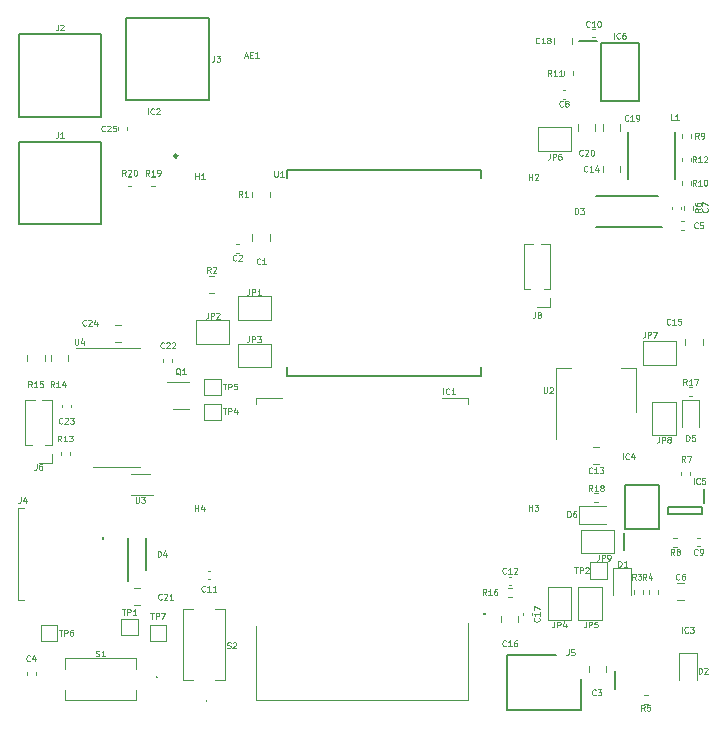
<source format=gbr>
%TF.GenerationSoftware,KiCad,Pcbnew,(6.0.0)*%
%TF.CreationDate,2022-04-27T19:52:18+01:00*%
%TF.ProjectId,flora,666c6f72-612e-46b6-9963-61645f706362,A*%
%TF.SameCoordinates,Original*%
%TF.FileFunction,Legend,Top*%
%TF.FilePolarity,Positive*%
%FSLAX46Y46*%
G04 Gerber Fmt 4.6, Leading zero omitted, Abs format (unit mm)*
G04 Created by KiCad (PCBNEW (6.0.0)) date 2022-04-27 19:52:18*
%MOMM*%
%LPD*%
G01*
G04 APERTURE LIST*
%ADD10C,0.035000*%
%ADD11C,0.120000*%
%ADD12C,0.200000*%
%ADD13C,0.100000*%
%ADD14C,0.250000*%
%ADD15C,0.150000*%
G04 APERTURE END LIST*
D10*
%TO.C,C21*%
X186778571Y-155678571D02*
X186754761Y-155702380D01*
X186683333Y-155726190D01*
X186635714Y-155726190D01*
X186564285Y-155702380D01*
X186516666Y-155654761D01*
X186492857Y-155607142D01*
X186469047Y-155511904D01*
X186469047Y-155440476D01*
X186492857Y-155345238D01*
X186516666Y-155297619D01*
X186564285Y-155250000D01*
X186635714Y-155226190D01*
X186683333Y-155226190D01*
X186754761Y-155250000D01*
X186778571Y-155273809D01*
X186969047Y-155273809D02*
X186992857Y-155250000D01*
X187040476Y-155226190D01*
X187159523Y-155226190D01*
X187207142Y-155250000D01*
X187230952Y-155273809D01*
X187254761Y-155321428D01*
X187254761Y-155369047D01*
X187230952Y-155440476D01*
X186945238Y-155726190D01*
X187254761Y-155726190D01*
X187730952Y-155726190D02*
X187445238Y-155726190D01*
X187588095Y-155726190D02*
X187588095Y-155226190D01*
X187540476Y-155297619D01*
X187492857Y-155345238D01*
X187445238Y-155369047D01*
%TO.C,R18*%
X223241071Y-146526190D02*
X223074404Y-146288095D01*
X222955357Y-146526190D02*
X222955357Y-146026190D01*
X223145833Y-146026190D01*
X223193452Y-146050000D01*
X223217261Y-146073809D01*
X223241071Y-146121428D01*
X223241071Y-146192857D01*
X223217261Y-146240476D01*
X223193452Y-146264285D01*
X223145833Y-146288095D01*
X222955357Y-146288095D01*
X223717261Y-146526190D02*
X223431547Y-146526190D01*
X223574404Y-146526190D02*
X223574404Y-146026190D01*
X223526785Y-146097619D01*
X223479166Y-146145238D01*
X223431547Y-146169047D01*
X224002976Y-146240476D02*
X223955357Y-146216666D01*
X223931547Y-146192857D01*
X223907738Y-146145238D01*
X223907738Y-146121428D01*
X223931547Y-146073809D01*
X223955357Y-146050000D01*
X224002976Y-146026190D01*
X224098214Y-146026190D01*
X224145833Y-146050000D01*
X224169642Y-146073809D01*
X224193452Y-146121428D01*
X224193452Y-146145238D01*
X224169642Y-146192857D01*
X224145833Y-146216666D01*
X224098214Y-146240476D01*
X224002976Y-146240476D01*
X223955357Y-146264285D01*
X223931547Y-146288095D01*
X223907738Y-146335714D01*
X223907738Y-146430952D01*
X223931547Y-146478571D01*
X223955357Y-146502380D01*
X224002976Y-146526190D01*
X224098214Y-146526190D01*
X224145833Y-146502380D01*
X224169642Y-146478571D01*
X224193452Y-146430952D01*
X224193452Y-146335714D01*
X224169642Y-146288095D01*
X224145833Y-146264285D01*
X224098214Y-146240476D01*
%TO.C,C17*%
X218728571Y-157271428D02*
X218752380Y-157295238D01*
X218776190Y-157366666D01*
X218776190Y-157414285D01*
X218752380Y-157485714D01*
X218704761Y-157533333D01*
X218657142Y-157557142D01*
X218561904Y-157580952D01*
X218490476Y-157580952D01*
X218395238Y-157557142D01*
X218347619Y-157533333D01*
X218300000Y-157485714D01*
X218276190Y-157414285D01*
X218276190Y-157366666D01*
X218300000Y-157295238D01*
X218323809Y-157271428D01*
X218776190Y-156795238D02*
X218776190Y-157080952D01*
X218776190Y-156938095D02*
X218276190Y-156938095D01*
X218347619Y-156985714D01*
X218395238Y-157033333D01*
X218419047Y-157080952D01*
X218276190Y-156628571D02*
X218276190Y-156295238D01*
X218776190Y-156509523D01*
%TO.C,TP7*%
X185819047Y-156828190D02*
X186104761Y-156828190D01*
X185961904Y-157328190D02*
X185961904Y-156828190D01*
X186271428Y-157328190D02*
X186271428Y-156828190D01*
X186461904Y-156828190D01*
X186509523Y-156852000D01*
X186533333Y-156875809D01*
X186557142Y-156923428D01*
X186557142Y-156994857D01*
X186533333Y-157042476D01*
X186509523Y-157066285D01*
X186461904Y-157090095D01*
X186271428Y-157090095D01*
X186723809Y-156828190D02*
X187057142Y-156828190D01*
X186842857Y-157328190D01*
%TO.C,C14*%
X222828571Y-119428571D02*
X222804761Y-119452380D01*
X222733333Y-119476190D01*
X222685714Y-119476190D01*
X222614285Y-119452380D01*
X222566666Y-119404761D01*
X222542857Y-119357142D01*
X222519047Y-119261904D01*
X222519047Y-119190476D01*
X222542857Y-119095238D01*
X222566666Y-119047619D01*
X222614285Y-119000000D01*
X222685714Y-118976190D01*
X222733333Y-118976190D01*
X222804761Y-119000000D01*
X222828571Y-119023809D01*
X223304761Y-119476190D02*
X223019047Y-119476190D01*
X223161904Y-119476190D02*
X223161904Y-118976190D01*
X223114285Y-119047619D01*
X223066666Y-119095238D01*
X223019047Y-119119047D01*
X223733333Y-119142857D02*
X223733333Y-119476190D01*
X223614285Y-118952380D02*
X223495238Y-119309523D01*
X223804761Y-119309523D01*
%TO.C,TP6*%
X178069047Y-158276190D02*
X178354761Y-158276190D01*
X178211904Y-158776190D02*
X178211904Y-158276190D01*
X178521428Y-158776190D02*
X178521428Y-158276190D01*
X178711904Y-158276190D01*
X178759523Y-158300000D01*
X178783333Y-158323809D01*
X178807142Y-158371428D01*
X178807142Y-158442857D01*
X178783333Y-158490476D01*
X178759523Y-158514285D01*
X178711904Y-158538095D01*
X178521428Y-158538095D01*
X179235714Y-158276190D02*
X179140476Y-158276190D01*
X179092857Y-158300000D01*
X179069047Y-158323809D01*
X179021428Y-158395238D01*
X178997619Y-158490476D01*
X178997619Y-158680952D01*
X179021428Y-158728571D01*
X179045238Y-158752380D01*
X179092857Y-158776190D01*
X179188095Y-158776190D01*
X179235714Y-158752380D01*
X179259523Y-158728571D01*
X179283333Y-158680952D01*
X179283333Y-158561904D01*
X179259523Y-158514285D01*
X179235714Y-158490476D01*
X179188095Y-158466666D01*
X179092857Y-158466666D01*
X179045238Y-158490476D01*
X179021428Y-158514285D01*
X178997619Y-158561904D01*
%TO.C,D4*%
X186430952Y-152076190D02*
X186430952Y-151576190D01*
X186550000Y-151576190D01*
X186621428Y-151600000D01*
X186669047Y-151647619D01*
X186692857Y-151695238D01*
X186716666Y-151790476D01*
X186716666Y-151861904D01*
X186692857Y-151957142D01*
X186669047Y-152004761D01*
X186621428Y-152052380D01*
X186550000Y-152076190D01*
X186430952Y-152076190D01*
X187145238Y-151742857D02*
X187145238Y-152076190D01*
X187026190Y-151552380D02*
X186907142Y-151909523D01*
X187216666Y-151909523D01*
%TO.C,JP8*%
X228883333Y-141926190D02*
X228883333Y-142283333D01*
X228859523Y-142354761D01*
X228811904Y-142402380D01*
X228740476Y-142426190D01*
X228692857Y-142426190D01*
X229121428Y-142426190D02*
X229121428Y-141926190D01*
X229311904Y-141926190D01*
X229359523Y-141950000D01*
X229383333Y-141973809D01*
X229407142Y-142021428D01*
X229407142Y-142092857D01*
X229383333Y-142140476D01*
X229359523Y-142164285D01*
X229311904Y-142188095D01*
X229121428Y-142188095D01*
X229692857Y-142140476D02*
X229645238Y-142116666D01*
X229621428Y-142092857D01*
X229597619Y-142045238D01*
X229597619Y-142021428D01*
X229621428Y-141973809D01*
X229645238Y-141950000D01*
X229692857Y-141926190D01*
X229788095Y-141926190D01*
X229835714Y-141950000D01*
X229859523Y-141973809D01*
X229883333Y-142021428D01*
X229883333Y-142045238D01*
X229859523Y-142092857D01*
X229835714Y-142116666D01*
X229788095Y-142140476D01*
X229692857Y-142140476D01*
X229645238Y-142164285D01*
X229621428Y-142188095D01*
X229597619Y-142235714D01*
X229597619Y-142330952D01*
X229621428Y-142378571D01*
X229645238Y-142402380D01*
X229692857Y-142426190D01*
X229788095Y-142426190D01*
X229835714Y-142402380D01*
X229859523Y-142378571D01*
X229883333Y-142330952D01*
X229883333Y-142235714D01*
X229859523Y-142188095D01*
X229835714Y-142164285D01*
X229788095Y-142140476D01*
%TO.C,J4*%
X174833333Y-147026190D02*
X174833333Y-147383333D01*
X174809523Y-147454761D01*
X174761904Y-147502380D01*
X174690476Y-147526190D01*
X174642857Y-147526190D01*
X175285714Y-147192857D02*
X175285714Y-147526190D01*
X175166666Y-147002380D02*
X175047619Y-147359523D01*
X175357142Y-147359523D01*
%TO.C,C6*%
X230616666Y-153978571D02*
X230592857Y-154002380D01*
X230521428Y-154026190D01*
X230473809Y-154026190D01*
X230402380Y-154002380D01*
X230354761Y-153954761D01*
X230330952Y-153907142D01*
X230307142Y-153811904D01*
X230307142Y-153740476D01*
X230330952Y-153645238D01*
X230354761Y-153597619D01*
X230402380Y-153550000D01*
X230473809Y-153526190D01*
X230521428Y-153526190D01*
X230592857Y-153550000D01*
X230616666Y-153573809D01*
X231045238Y-153526190D02*
X230950000Y-153526190D01*
X230902380Y-153550000D01*
X230878571Y-153573809D01*
X230830952Y-153645238D01*
X230807142Y-153740476D01*
X230807142Y-153930952D01*
X230830952Y-153978571D01*
X230854761Y-154002380D01*
X230902380Y-154026190D01*
X230997619Y-154026190D01*
X231045238Y-154002380D01*
X231069047Y-153978571D01*
X231092857Y-153930952D01*
X231092857Y-153811904D01*
X231069047Y-153764285D01*
X231045238Y-153740476D01*
X230997619Y-153716666D01*
X230902380Y-153716666D01*
X230854761Y-153740476D01*
X230830952Y-153764285D01*
X230807142Y-153811904D01*
%TO.C,H3*%
X217869047Y-148176190D02*
X217869047Y-147676190D01*
X217869047Y-147914285D02*
X218154761Y-147914285D01*
X218154761Y-148176190D02*
X218154761Y-147676190D01*
X218345238Y-147676190D02*
X218654761Y-147676190D01*
X218488095Y-147866666D01*
X218559523Y-147866666D01*
X218607142Y-147890476D01*
X218630952Y-147914285D01*
X218654761Y-147961904D01*
X218654761Y-148080952D01*
X218630952Y-148128571D01*
X218607142Y-148152380D01*
X218559523Y-148176190D01*
X218416666Y-148176190D01*
X218369047Y-148152380D01*
X218345238Y-148128571D01*
%TO.C,JP9*%
X223783333Y-151926190D02*
X223783333Y-152283333D01*
X223759523Y-152354761D01*
X223711904Y-152402380D01*
X223640476Y-152426190D01*
X223592857Y-152426190D01*
X224021428Y-152426190D02*
X224021428Y-151926190D01*
X224211904Y-151926190D01*
X224259523Y-151950000D01*
X224283333Y-151973809D01*
X224307142Y-152021428D01*
X224307142Y-152092857D01*
X224283333Y-152140476D01*
X224259523Y-152164285D01*
X224211904Y-152188095D01*
X224021428Y-152188095D01*
X224545238Y-152426190D02*
X224640476Y-152426190D01*
X224688095Y-152402380D01*
X224711904Y-152378571D01*
X224759523Y-152307142D01*
X224783333Y-152211904D01*
X224783333Y-152021428D01*
X224759523Y-151973809D01*
X224735714Y-151950000D01*
X224688095Y-151926190D01*
X224592857Y-151926190D01*
X224545238Y-151950000D01*
X224521428Y-151973809D01*
X224497619Y-152021428D01*
X224497619Y-152140476D01*
X224521428Y-152188095D01*
X224545238Y-152211904D01*
X224592857Y-152235714D01*
X224688095Y-152235714D01*
X224735714Y-152211904D01*
X224759523Y-152188095D01*
X224783333Y-152140476D01*
%TO.C,C7*%
X232978571Y-122583333D02*
X233002380Y-122607142D01*
X233026190Y-122678571D01*
X233026190Y-122726190D01*
X233002380Y-122797619D01*
X232954761Y-122845238D01*
X232907142Y-122869047D01*
X232811904Y-122892857D01*
X232740476Y-122892857D01*
X232645238Y-122869047D01*
X232597619Y-122845238D01*
X232550000Y-122797619D01*
X232526190Y-122726190D01*
X232526190Y-122678571D01*
X232550000Y-122607142D01*
X232573809Y-122583333D01*
X232526190Y-122416666D02*
X232526190Y-122083333D01*
X233026190Y-122297619D01*
%TO.C,C11*%
X190448571Y-154988571D02*
X190424761Y-155012380D01*
X190353333Y-155036190D01*
X190305714Y-155036190D01*
X190234285Y-155012380D01*
X190186666Y-154964761D01*
X190162857Y-154917142D01*
X190139047Y-154821904D01*
X190139047Y-154750476D01*
X190162857Y-154655238D01*
X190186666Y-154607619D01*
X190234285Y-154560000D01*
X190305714Y-154536190D01*
X190353333Y-154536190D01*
X190424761Y-154560000D01*
X190448571Y-154583809D01*
X190924761Y-155036190D02*
X190639047Y-155036190D01*
X190781904Y-155036190D02*
X190781904Y-154536190D01*
X190734285Y-154607619D01*
X190686666Y-154655238D01*
X190639047Y-154679047D01*
X191400952Y-155036190D02*
X191115238Y-155036190D01*
X191258095Y-155036190D02*
X191258095Y-154536190D01*
X191210476Y-154607619D01*
X191162857Y-154655238D01*
X191115238Y-154679047D01*
%TO.C,U2*%
X219119047Y-137726190D02*
X219119047Y-138130952D01*
X219142857Y-138178571D01*
X219166666Y-138202380D01*
X219214285Y-138226190D01*
X219309523Y-138226190D01*
X219357142Y-138202380D01*
X219380952Y-138178571D01*
X219404761Y-138130952D01*
X219404761Y-137726190D01*
X219619047Y-137773809D02*
X219642857Y-137750000D01*
X219690476Y-137726190D01*
X219809523Y-137726190D01*
X219857142Y-137750000D01*
X219880952Y-137773809D01*
X219904761Y-137821428D01*
X219904761Y-137869047D01*
X219880952Y-137940476D01*
X219595238Y-138226190D01*
X219904761Y-138226190D01*
%TO.C,C1*%
X195116666Y-127278571D02*
X195092857Y-127302380D01*
X195021428Y-127326190D01*
X194973809Y-127326190D01*
X194902380Y-127302380D01*
X194854761Y-127254761D01*
X194830952Y-127207142D01*
X194807142Y-127111904D01*
X194807142Y-127040476D01*
X194830952Y-126945238D01*
X194854761Y-126897619D01*
X194902380Y-126850000D01*
X194973809Y-126826190D01*
X195021428Y-126826190D01*
X195092857Y-126850000D01*
X195116666Y-126873809D01*
X195592857Y-127326190D02*
X195307142Y-127326190D01*
X195450000Y-127326190D02*
X195450000Y-126826190D01*
X195402380Y-126897619D01*
X195354761Y-126945238D01*
X195307142Y-126969047D01*
%TO.C,R20*%
X183728571Y-119826190D02*
X183561904Y-119588095D01*
X183442857Y-119826190D02*
X183442857Y-119326190D01*
X183633333Y-119326190D01*
X183680952Y-119350000D01*
X183704761Y-119373809D01*
X183728571Y-119421428D01*
X183728571Y-119492857D01*
X183704761Y-119540476D01*
X183680952Y-119564285D01*
X183633333Y-119588095D01*
X183442857Y-119588095D01*
X183919047Y-119373809D02*
X183942857Y-119350000D01*
X183990476Y-119326190D01*
X184109523Y-119326190D01*
X184157142Y-119350000D01*
X184180952Y-119373809D01*
X184204761Y-119421428D01*
X184204761Y-119469047D01*
X184180952Y-119540476D01*
X183895238Y-119826190D01*
X184204761Y-119826190D01*
X184514285Y-119326190D02*
X184561904Y-119326190D01*
X184609523Y-119350000D01*
X184633333Y-119373809D01*
X184657142Y-119421428D01*
X184680952Y-119516666D01*
X184680952Y-119635714D01*
X184657142Y-119730952D01*
X184633333Y-119778571D01*
X184609523Y-119802380D01*
X184561904Y-119826190D01*
X184514285Y-119826190D01*
X184466666Y-119802380D01*
X184442857Y-119778571D01*
X184419047Y-119730952D01*
X184395238Y-119635714D01*
X184395238Y-119516666D01*
X184419047Y-119421428D01*
X184442857Y-119373809D01*
X184466666Y-119350000D01*
X184514285Y-119326190D01*
%TO.C,R10*%
X232018571Y-120676190D02*
X231851904Y-120438095D01*
X231732857Y-120676190D02*
X231732857Y-120176190D01*
X231923333Y-120176190D01*
X231970952Y-120200000D01*
X231994761Y-120223809D01*
X232018571Y-120271428D01*
X232018571Y-120342857D01*
X231994761Y-120390476D01*
X231970952Y-120414285D01*
X231923333Y-120438095D01*
X231732857Y-120438095D01*
X232494761Y-120676190D02*
X232209047Y-120676190D01*
X232351904Y-120676190D02*
X232351904Y-120176190D01*
X232304285Y-120247619D01*
X232256666Y-120295238D01*
X232209047Y-120319047D01*
X232804285Y-120176190D02*
X232851904Y-120176190D01*
X232899523Y-120200000D01*
X232923333Y-120223809D01*
X232947142Y-120271428D01*
X232970952Y-120366666D01*
X232970952Y-120485714D01*
X232947142Y-120580952D01*
X232923333Y-120628571D01*
X232899523Y-120652380D01*
X232851904Y-120676190D01*
X232804285Y-120676190D01*
X232756666Y-120652380D01*
X232732857Y-120628571D01*
X232709047Y-120580952D01*
X232685238Y-120485714D01*
X232685238Y-120366666D01*
X232709047Y-120271428D01*
X232732857Y-120223809D01*
X232756666Y-120200000D01*
X232804285Y-120176190D01*
%TO.C,R13*%
X178278571Y-142326190D02*
X178111904Y-142088095D01*
X177992857Y-142326190D02*
X177992857Y-141826190D01*
X178183333Y-141826190D01*
X178230952Y-141850000D01*
X178254761Y-141873809D01*
X178278571Y-141921428D01*
X178278571Y-141992857D01*
X178254761Y-142040476D01*
X178230952Y-142064285D01*
X178183333Y-142088095D01*
X177992857Y-142088095D01*
X178754761Y-142326190D02*
X178469047Y-142326190D01*
X178611904Y-142326190D02*
X178611904Y-141826190D01*
X178564285Y-141897619D01*
X178516666Y-141945238D01*
X178469047Y-141969047D01*
X178921428Y-141826190D02*
X179230952Y-141826190D01*
X179064285Y-142016666D01*
X179135714Y-142016666D01*
X179183333Y-142040476D01*
X179207142Y-142064285D01*
X179230952Y-142111904D01*
X179230952Y-142230952D01*
X179207142Y-142278571D01*
X179183333Y-142302380D01*
X179135714Y-142326190D01*
X178992857Y-142326190D01*
X178945238Y-142302380D01*
X178921428Y-142278571D01*
%TO.C,C23*%
X178378571Y-140778571D02*
X178354761Y-140802380D01*
X178283333Y-140826190D01*
X178235714Y-140826190D01*
X178164285Y-140802380D01*
X178116666Y-140754761D01*
X178092857Y-140707142D01*
X178069047Y-140611904D01*
X178069047Y-140540476D01*
X178092857Y-140445238D01*
X178116666Y-140397619D01*
X178164285Y-140350000D01*
X178235714Y-140326190D01*
X178283333Y-140326190D01*
X178354761Y-140350000D01*
X178378571Y-140373809D01*
X178569047Y-140373809D02*
X178592857Y-140350000D01*
X178640476Y-140326190D01*
X178759523Y-140326190D01*
X178807142Y-140350000D01*
X178830952Y-140373809D01*
X178854761Y-140421428D01*
X178854761Y-140469047D01*
X178830952Y-140540476D01*
X178545238Y-140826190D01*
X178854761Y-140826190D01*
X179021428Y-140326190D02*
X179330952Y-140326190D01*
X179164285Y-140516666D01*
X179235714Y-140516666D01*
X179283333Y-140540476D01*
X179307142Y-140564285D01*
X179330952Y-140611904D01*
X179330952Y-140730952D01*
X179307142Y-140778571D01*
X179283333Y-140802380D01*
X179235714Y-140826190D01*
X179092857Y-140826190D01*
X179045238Y-140802380D01*
X179021428Y-140778571D01*
%TO.C,D5*%
X231180952Y-142276190D02*
X231180952Y-141776190D01*
X231300000Y-141776190D01*
X231371428Y-141800000D01*
X231419047Y-141847619D01*
X231442857Y-141895238D01*
X231466666Y-141990476D01*
X231466666Y-142061904D01*
X231442857Y-142157142D01*
X231419047Y-142204761D01*
X231371428Y-142252380D01*
X231300000Y-142276190D01*
X231180952Y-142276190D01*
X231919047Y-141776190D02*
X231680952Y-141776190D01*
X231657142Y-142014285D01*
X231680952Y-141990476D01*
X231728571Y-141966666D01*
X231847619Y-141966666D01*
X231895238Y-141990476D01*
X231919047Y-142014285D01*
X231942857Y-142061904D01*
X231942857Y-142180952D01*
X231919047Y-142228571D01*
X231895238Y-142252380D01*
X231847619Y-142276190D01*
X231728571Y-142276190D01*
X231680952Y-142252380D01*
X231657142Y-142228571D01*
%TO.C,R12*%
X232018571Y-118686190D02*
X231851904Y-118448095D01*
X231732857Y-118686190D02*
X231732857Y-118186190D01*
X231923333Y-118186190D01*
X231970952Y-118210000D01*
X231994761Y-118233809D01*
X232018571Y-118281428D01*
X232018571Y-118352857D01*
X231994761Y-118400476D01*
X231970952Y-118424285D01*
X231923333Y-118448095D01*
X231732857Y-118448095D01*
X232494761Y-118686190D02*
X232209047Y-118686190D01*
X232351904Y-118686190D02*
X232351904Y-118186190D01*
X232304285Y-118257619D01*
X232256666Y-118305238D01*
X232209047Y-118329047D01*
X232685238Y-118233809D02*
X232709047Y-118210000D01*
X232756666Y-118186190D01*
X232875714Y-118186190D01*
X232923333Y-118210000D01*
X232947142Y-118233809D01*
X232970952Y-118281428D01*
X232970952Y-118329047D01*
X232947142Y-118400476D01*
X232661428Y-118686190D01*
X232970952Y-118686190D01*
%TO.C,H1*%
X189619047Y-120126190D02*
X189619047Y-119626190D01*
X189619047Y-119864285D02*
X189904761Y-119864285D01*
X189904761Y-120126190D02*
X189904761Y-119626190D01*
X190404761Y-120126190D02*
X190119047Y-120126190D01*
X190261904Y-120126190D02*
X190261904Y-119626190D01*
X190214285Y-119697619D01*
X190166666Y-119745238D01*
X190119047Y-119769047D01*
%TO.C,C22*%
X186978571Y-134378571D02*
X186954761Y-134402380D01*
X186883333Y-134426190D01*
X186835714Y-134426190D01*
X186764285Y-134402380D01*
X186716666Y-134354761D01*
X186692857Y-134307142D01*
X186669047Y-134211904D01*
X186669047Y-134140476D01*
X186692857Y-134045238D01*
X186716666Y-133997619D01*
X186764285Y-133950000D01*
X186835714Y-133926190D01*
X186883333Y-133926190D01*
X186954761Y-133950000D01*
X186978571Y-133973809D01*
X187169047Y-133973809D02*
X187192857Y-133950000D01*
X187240476Y-133926190D01*
X187359523Y-133926190D01*
X187407142Y-133950000D01*
X187430952Y-133973809D01*
X187454761Y-134021428D01*
X187454761Y-134069047D01*
X187430952Y-134140476D01*
X187145238Y-134426190D01*
X187454761Y-134426190D01*
X187645238Y-133973809D02*
X187669047Y-133950000D01*
X187716666Y-133926190D01*
X187835714Y-133926190D01*
X187883333Y-133950000D01*
X187907142Y-133973809D01*
X187930952Y-134021428D01*
X187930952Y-134069047D01*
X187907142Y-134140476D01*
X187621428Y-134426190D01*
X187930952Y-134426190D01*
%TO.C,R6*%
X232426190Y-122583333D02*
X232188095Y-122750000D01*
X232426190Y-122869047D02*
X231926190Y-122869047D01*
X231926190Y-122678571D01*
X231950000Y-122630952D01*
X231973809Y-122607142D01*
X232021428Y-122583333D01*
X232092857Y-122583333D01*
X232140476Y-122607142D01*
X232164285Y-122630952D01*
X232188095Y-122678571D01*
X232188095Y-122869047D01*
X231926190Y-122154761D02*
X231926190Y-122250000D01*
X231950000Y-122297619D01*
X231973809Y-122321428D01*
X232045238Y-122369047D01*
X232140476Y-122392857D01*
X232330952Y-122392857D01*
X232378571Y-122369047D01*
X232402380Y-122345238D01*
X232426190Y-122297619D01*
X232426190Y-122202380D01*
X232402380Y-122154761D01*
X232378571Y-122130952D01*
X232330952Y-122107142D01*
X232211904Y-122107142D01*
X232164285Y-122130952D01*
X232140476Y-122154761D01*
X232116666Y-122202380D01*
X232116666Y-122297619D01*
X232140476Y-122345238D01*
X232164285Y-122369047D01*
X232211904Y-122392857D01*
%TO.C,TP1*%
X183419047Y-156526190D02*
X183704761Y-156526190D01*
X183561904Y-157026190D02*
X183561904Y-156526190D01*
X183871428Y-157026190D02*
X183871428Y-156526190D01*
X184061904Y-156526190D01*
X184109523Y-156550000D01*
X184133333Y-156573809D01*
X184157142Y-156621428D01*
X184157142Y-156692857D01*
X184133333Y-156740476D01*
X184109523Y-156764285D01*
X184061904Y-156788095D01*
X183871428Y-156788095D01*
X184633333Y-157026190D02*
X184347619Y-157026190D01*
X184490476Y-157026190D02*
X184490476Y-156526190D01*
X184442857Y-156597619D01*
X184395238Y-156645238D01*
X184347619Y-156669047D01*
%TO.C,C5*%
X232166666Y-124228571D02*
X232142857Y-124252380D01*
X232071428Y-124276190D01*
X232023809Y-124276190D01*
X231952380Y-124252380D01*
X231904761Y-124204761D01*
X231880952Y-124157142D01*
X231857142Y-124061904D01*
X231857142Y-123990476D01*
X231880952Y-123895238D01*
X231904761Y-123847619D01*
X231952380Y-123800000D01*
X232023809Y-123776190D01*
X232071428Y-123776190D01*
X232142857Y-123800000D01*
X232166666Y-123823809D01*
X232619047Y-123776190D02*
X232380952Y-123776190D01*
X232357142Y-124014285D01*
X232380952Y-123990476D01*
X232428571Y-123966666D01*
X232547619Y-123966666D01*
X232595238Y-123990476D01*
X232619047Y-124014285D01*
X232642857Y-124061904D01*
X232642857Y-124180952D01*
X232619047Y-124228571D01*
X232595238Y-124252380D01*
X232547619Y-124276190D01*
X232428571Y-124276190D01*
X232380952Y-124252380D01*
X232357142Y-124228571D01*
%TO.C,R4*%
X227816666Y-154026190D02*
X227650000Y-153788095D01*
X227530952Y-154026190D02*
X227530952Y-153526190D01*
X227721428Y-153526190D01*
X227769047Y-153550000D01*
X227792857Y-153573809D01*
X227816666Y-153621428D01*
X227816666Y-153692857D01*
X227792857Y-153740476D01*
X227769047Y-153764285D01*
X227721428Y-153788095D01*
X227530952Y-153788095D01*
X228245238Y-153692857D02*
X228245238Y-154026190D01*
X228126190Y-153502380D02*
X228007142Y-153859523D01*
X228316666Y-153859523D01*
%TO.C,IC4*%
X225811904Y-143826190D02*
X225811904Y-143326190D01*
X226335714Y-143778571D02*
X226311904Y-143802380D01*
X226240476Y-143826190D01*
X226192857Y-143826190D01*
X226121428Y-143802380D01*
X226073809Y-143754761D01*
X226050000Y-143707142D01*
X226026190Y-143611904D01*
X226026190Y-143540476D01*
X226050000Y-143445238D01*
X226073809Y-143397619D01*
X226121428Y-143350000D01*
X226192857Y-143326190D01*
X226240476Y-143326190D01*
X226311904Y-143350000D01*
X226335714Y-143373809D01*
X226764285Y-143492857D02*
X226764285Y-143826190D01*
X226645238Y-143302380D02*
X226526190Y-143659523D01*
X226835714Y-143659523D01*
%TO.C,C2*%
X193096666Y-126978571D02*
X193072857Y-127002380D01*
X193001428Y-127026190D01*
X192953809Y-127026190D01*
X192882380Y-127002380D01*
X192834761Y-126954761D01*
X192810952Y-126907142D01*
X192787142Y-126811904D01*
X192787142Y-126740476D01*
X192810952Y-126645238D01*
X192834761Y-126597619D01*
X192882380Y-126550000D01*
X192953809Y-126526190D01*
X193001428Y-126526190D01*
X193072857Y-126550000D01*
X193096666Y-126573809D01*
X193287142Y-126573809D02*
X193310952Y-126550000D01*
X193358571Y-126526190D01*
X193477619Y-126526190D01*
X193525238Y-126550000D01*
X193549047Y-126573809D01*
X193572857Y-126621428D01*
X193572857Y-126669047D01*
X193549047Y-126740476D01*
X193263333Y-127026190D01*
X193572857Y-127026190D01*
%TO.C,H2*%
X217869047Y-120176190D02*
X217869047Y-119676190D01*
X217869047Y-119914285D02*
X218154761Y-119914285D01*
X218154761Y-120176190D02*
X218154761Y-119676190D01*
X218369047Y-119723809D02*
X218392857Y-119700000D01*
X218440476Y-119676190D01*
X218559523Y-119676190D01*
X218607142Y-119700000D01*
X218630952Y-119723809D01*
X218654761Y-119771428D01*
X218654761Y-119819047D01*
X218630952Y-119890476D01*
X218345238Y-120176190D01*
X218654761Y-120176190D01*
%TO.C,J3*%
X191233333Y-109676190D02*
X191233333Y-110033333D01*
X191209523Y-110104761D01*
X191161904Y-110152380D01*
X191090476Y-110176190D01*
X191042857Y-110176190D01*
X191423809Y-109676190D02*
X191733333Y-109676190D01*
X191566666Y-109866666D01*
X191638095Y-109866666D01*
X191685714Y-109890476D01*
X191709523Y-109914285D01*
X191733333Y-109961904D01*
X191733333Y-110080952D01*
X191709523Y-110128571D01*
X191685714Y-110152380D01*
X191638095Y-110176190D01*
X191495238Y-110176190D01*
X191447619Y-110152380D01*
X191423809Y-110128571D01*
%TO.C,C15*%
X229828571Y-132378571D02*
X229804761Y-132402380D01*
X229733333Y-132426190D01*
X229685714Y-132426190D01*
X229614285Y-132402380D01*
X229566666Y-132354761D01*
X229542857Y-132307142D01*
X229519047Y-132211904D01*
X229519047Y-132140476D01*
X229542857Y-132045238D01*
X229566666Y-131997619D01*
X229614285Y-131950000D01*
X229685714Y-131926190D01*
X229733333Y-131926190D01*
X229804761Y-131950000D01*
X229828571Y-131973809D01*
X230304761Y-132426190D02*
X230019047Y-132426190D01*
X230161904Y-132426190D02*
X230161904Y-131926190D01*
X230114285Y-131997619D01*
X230066666Y-132045238D01*
X230019047Y-132069047D01*
X230757142Y-131926190D02*
X230519047Y-131926190D01*
X230495238Y-132164285D01*
X230519047Y-132140476D01*
X230566666Y-132116666D01*
X230685714Y-132116666D01*
X230733333Y-132140476D01*
X230757142Y-132164285D01*
X230780952Y-132211904D01*
X230780952Y-132330952D01*
X230757142Y-132378571D01*
X230733333Y-132402380D01*
X230685714Y-132426190D01*
X230566666Y-132426190D01*
X230519047Y-132402380D01*
X230495238Y-132378571D01*
%TO.C,R8*%
X230176666Y-151926190D02*
X230010000Y-151688095D01*
X229890952Y-151926190D02*
X229890952Y-151426190D01*
X230081428Y-151426190D01*
X230129047Y-151450000D01*
X230152857Y-151473809D01*
X230176666Y-151521428D01*
X230176666Y-151592857D01*
X230152857Y-151640476D01*
X230129047Y-151664285D01*
X230081428Y-151688095D01*
X229890952Y-151688095D01*
X230462380Y-151640476D02*
X230414761Y-151616666D01*
X230390952Y-151592857D01*
X230367142Y-151545238D01*
X230367142Y-151521428D01*
X230390952Y-151473809D01*
X230414761Y-151450000D01*
X230462380Y-151426190D01*
X230557619Y-151426190D01*
X230605238Y-151450000D01*
X230629047Y-151473809D01*
X230652857Y-151521428D01*
X230652857Y-151545238D01*
X230629047Y-151592857D01*
X230605238Y-151616666D01*
X230557619Y-151640476D01*
X230462380Y-151640476D01*
X230414761Y-151664285D01*
X230390952Y-151688095D01*
X230367142Y-151735714D01*
X230367142Y-151830952D01*
X230390952Y-151878571D01*
X230414761Y-151902380D01*
X230462380Y-151926190D01*
X230557619Y-151926190D01*
X230605238Y-151902380D01*
X230629047Y-151878571D01*
X230652857Y-151830952D01*
X230652857Y-151735714D01*
X230629047Y-151688095D01*
X230605238Y-151664285D01*
X230557619Y-151640476D01*
%TO.C,IC5*%
X231811904Y-145926190D02*
X231811904Y-145426190D01*
X232335714Y-145878571D02*
X232311904Y-145902380D01*
X232240476Y-145926190D01*
X232192857Y-145926190D01*
X232121428Y-145902380D01*
X232073809Y-145854761D01*
X232050000Y-145807142D01*
X232026190Y-145711904D01*
X232026190Y-145640476D01*
X232050000Y-145545238D01*
X232073809Y-145497619D01*
X232121428Y-145450000D01*
X232192857Y-145426190D01*
X232240476Y-145426190D01*
X232311904Y-145450000D01*
X232335714Y-145473809D01*
X232788095Y-145426190D02*
X232550000Y-145426190D01*
X232526190Y-145664285D01*
X232550000Y-145640476D01*
X232597619Y-145616666D01*
X232716666Y-145616666D01*
X232764285Y-145640476D01*
X232788095Y-145664285D01*
X232811904Y-145711904D01*
X232811904Y-145830952D01*
X232788095Y-145878571D01*
X232764285Y-145902380D01*
X232716666Y-145926190D01*
X232597619Y-145926190D01*
X232550000Y-145902380D01*
X232526190Y-145878571D01*
%TO.C,TP4*%
X191969047Y-139526190D02*
X192254761Y-139526190D01*
X192111904Y-140026190D02*
X192111904Y-139526190D01*
X192421428Y-140026190D02*
X192421428Y-139526190D01*
X192611904Y-139526190D01*
X192659523Y-139550000D01*
X192683333Y-139573809D01*
X192707142Y-139621428D01*
X192707142Y-139692857D01*
X192683333Y-139740476D01*
X192659523Y-139764285D01*
X192611904Y-139788095D01*
X192421428Y-139788095D01*
X193135714Y-139692857D02*
X193135714Y-140026190D01*
X193016666Y-139502380D02*
X192897619Y-139859523D01*
X193207142Y-139859523D01*
%TO.C,IC2*%
X185606904Y-114626190D02*
X185606904Y-114126190D01*
X186130714Y-114578571D02*
X186106904Y-114602380D01*
X186035476Y-114626190D01*
X185987857Y-114626190D01*
X185916428Y-114602380D01*
X185868809Y-114554761D01*
X185845000Y-114507142D01*
X185821190Y-114411904D01*
X185821190Y-114340476D01*
X185845000Y-114245238D01*
X185868809Y-114197619D01*
X185916428Y-114150000D01*
X185987857Y-114126190D01*
X186035476Y-114126190D01*
X186106904Y-114150000D01*
X186130714Y-114173809D01*
X186321190Y-114173809D02*
X186345000Y-114150000D01*
X186392619Y-114126190D01*
X186511666Y-114126190D01*
X186559285Y-114150000D01*
X186583095Y-114173809D01*
X186606904Y-114221428D01*
X186606904Y-114269047D01*
X186583095Y-114340476D01*
X186297380Y-114626190D01*
X186606904Y-114626190D01*
%TO.C,C20*%
X222428571Y-118078571D02*
X222404761Y-118102380D01*
X222333333Y-118126190D01*
X222285714Y-118126190D01*
X222214285Y-118102380D01*
X222166666Y-118054761D01*
X222142857Y-118007142D01*
X222119047Y-117911904D01*
X222119047Y-117840476D01*
X222142857Y-117745238D01*
X222166666Y-117697619D01*
X222214285Y-117650000D01*
X222285714Y-117626190D01*
X222333333Y-117626190D01*
X222404761Y-117650000D01*
X222428571Y-117673809D01*
X222619047Y-117673809D02*
X222642857Y-117650000D01*
X222690476Y-117626190D01*
X222809523Y-117626190D01*
X222857142Y-117650000D01*
X222880952Y-117673809D01*
X222904761Y-117721428D01*
X222904761Y-117769047D01*
X222880952Y-117840476D01*
X222595238Y-118126190D01*
X222904761Y-118126190D01*
X223214285Y-117626190D02*
X223261904Y-117626190D01*
X223309523Y-117650000D01*
X223333333Y-117673809D01*
X223357142Y-117721428D01*
X223380952Y-117816666D01*
X223380952Y-117935714D01*
X223357142Y-118030952D01*
X223333333Y-118078571D01*
X223309523Y-118102380D01*
X223261904Y-118126190D01*
X223214285Y-118126190D01*
X223166666Y-118102380D01*
X223142857Y-118078571D01*
X223119047Y-118030952D01*
X223095238Y-117935714D01*
X223095238Y-117816666D01*
X223119047Y-117721428D01*
X223142857Y-117673809D01*
X223166666Y-117650000D01*
X223214285Y-117626190D01*
%TO.C,C25*%
X181968571Y-116028571D02*
X181944761Y-116052380D01*
X181873333Y-116076190D01*
X181825714Y-116076190D01*
X181754285Y-116052380D01*
X181706666Y-116004761D01*
X181682857Y-115957142D01*
X181659047Y-115861904D01*
X181659047Y-115790476D01*
X181682857Y-115695238D01*
X181706666Y-115647619D01*
X181754285Y-115600000D01*
X181825714Y-115576190D01*
X181873333Y-115576190D01*
X181944761Y-115600000D01*
X181968571Y-115623809D01*
X182159047Y-115623809D02*
X182182857Y-115600000D01*
X182230476Y-115576190D01*
X182349523Y-115576190D01*
X182397142Y-115600000D01*
X182420952Y-115623809D01*
X182444761Y-115671428D01*
X182444761Y-115719047D01*
X182420952Y-115790476D01*
X182135238Y-116076190D01*
X182444761Y-116076190D01*
X182897142Y-115576190D02*
X182659047Y-115576190D01*
X182635238Y-115814285D01*
X182659047Y-115790476D01*
X182706666Y-115766666D01*
X182825714Y-115766666D01*
X182873333Y-115790476D01*
X182897142Y-115814285D01*
X182920952Y-115861904D01*
X182920952Y-115980952D01*
X182897142Y-116028571D01*
X182873333Y-116052380D01*
X182825714Y-116076190D01*
X182706666Y-116076190D01*
X182659047Y-116052380D01*
X182635238Y-116028571D01*
%TO.C,S1*%
X181219047Y-160502380D02*
X181290476Y-160526190D01*
X181409523Y-160526190D01*
X181457142Y-160502380D01*
X181480952Y-160478571D01*
X181504761Y-160430952D01*
X181504761Y-160383333D01*
X181480952Y-160335714D01*
X181457142Y-160311904D01*
X181409523Y-160288095D01*
X181314285Y-160264285D01*
X181266666Y-160240476D01*
X181242857Y-160216666D01*
X181219047Y-160169047D01*
X181219047Y-160121428D01*
X181242857Y-160073809D01*
X181266666Y-160050000D01*
X181314285Y-160026190D01*
X181433333Y-160026190D01*
X181504761Y-160050000D01*
X181980952Y-160526190D02*
X181695238Y-160526190D01*
X181838095Y-160526190D02*
X181838095Y-160026190D01*
X181790476Y-160097619D01*
X181742857Y-160145238D01*
X181695238Y-160169047D01*
%TO.C,L1*%
X230116666Y-115126190D02*
X229878571Y-115126190D01*
X229878571Y-114626190D01*
X230545238Y-115126190D02*
X230259523Y-115126190D01*
X230402380Y-115126190D02*
X230402380Y-114626190D01*
X230354761Y-114697619D01*
X230307142Y-114745238D01*
X230259523Y-114769047D01*
%TO.C,J5*%
X221233333Y-159926190D02*
X221233333Y-160283333D01*
X221209523Y-160354761D01*
X221161904Y-160402380D01*
X221090476Y-160426190D01*
X221042857Y-160426190D01*
X221709523Y-159926190D02*
X221471428Y-159926190D01*
X221447619Y-160164285D01*
X221471428Y-160140476D01*
X221519047Y-160116666D01*
X221638095Y-160116666D01*
X221685714Y-160140476D01*
X221709523Y-160164285D01*
X221733333Y-160211904D01*
X221733333Y-160330952D01*
X221709523Y-160378571D01*
X221685714Y-160402380D01*
X221638095Y-160426190D01*
X221519047Y-160426190D01*
X221471428Y-160402380D01*
X221447619Y-160378571D01*
%TO.C,C3*%
X223516666Y-163778571D02*
X223492857Y-163802380D01*
X223421428Y-163826190D01*
X223373809Y-163826190D01*
X223302380Y-163802380D01*
X223254761Y-163754761D01*
X223230952Y-163707142D01*
X223207142Y-163611904D01*
X223207142Y-163540476D01*
X223230952Y-163445238D01*
X223254761Y-163397619D01*
X223302380Y-163350000D01*
X223373809Y-163326190D01*
X223421428Y-163326190D01*
X223492857Y-163350000D01*
X223516666Y-163373809D01*
X223683333Y-163326190D02*
X223992857Y-163326190D01*
X223826190Y-163516666D01*
X223897619Y-163516666D01*
X223945238Y-163540476D01*
X223969047Y-163564285D01*
X223992857Y-163611904D01*
X223992857Y-163730952D01*
X223969047Y-163778571D01*
X223945238Y-163802380D01*
X223897619Y-163826190D01*
X223754761Y-163826190D01*
X223707142Y-163802380D01*
X223683333Y-163778571D01*
%TO.C,C13*%
X223228571Y-144978571D02*
X223204761Y-145002380D01*
X223133333Y-145026190D01*
X223085714Y-145026190D01*
X223014285Y-145002380D01*
X222966666Y-144954761D01*
X222942857Y-144907142D01*
X222919047Y-144811904D01*
X222919047Y-144740476D01*
X222942857Y-144645238D01*
X222966666Y-144597619D01*
X223014285Y-144550000D01*
X223085714Y-144526190D01*
X223133333Y-144526190D01*
X223204761Y-144550000D01*
X223228571Y-144573809D01*
X223704761Y-145026190D02*
X223419047Y-145026190D01*
X223561904Y-145026190D02*
X223561904Y-144526190D01*
X223514285Y-144597619D01*
X223466666Y-144645238D01*
X223419047Y-144669047D01*
X223871428Y-144526190D02*
X224180952Y-144526190D01*
X224014285Y-144716666D01*
X224085714Y-144716666D01*
X224133333Y-144740476D01*
X224157142Y-144764285D01*
X224180952Y-144811904D01*
X224180952Y-144930952D01*
X224157142Y-144978571D01*
X224133333Y-145002380D01*
X224085714Y-145026190D01*
X223942857Y-145026190D01*
X223895238Y-145002380D01*
X223871428Y-144978571D01*
%TO.C,C19*%
X226278571Y-115128571D02*
X226254761Y-115152380D01*
X226183333Y-115176190D01*
X226135714Y-115176190D01*
X226064285Y-115152380D01*
X226016666Y-115104761D01*
X225992857Y-115057142D01*
X225969047Y-114961904D01*
X225969047Y-114890476D01*
X225992857Y-114795238D01*
X226016666Y-114747619D01*
X226064285Y-114700000D01*
X226135714Y-114676190D01*
X226183333Y-114676190D01*
X226254761Y-114700000D01*
X226278571Y-114723809D01*
X226754761Y-115176190D02*
X226469047Y-115176190D01*
X226611904Y-115176190D02*
X226611904Y-114676190D01*
X226564285Y-114747619D01*
X226516666Y-114795238D01*
X226469047Y-114819047D01*
X226992857Y-115176190D02*
X227088095Y-115176190D01*
X227135714Y-115152380D01*
X227159523Y-115128571D01*
X227207142Y-115057142D01*
X227230952Y-114961904D01*
X227230952Y-114771428D01*
X227207142Y-114723809D01*
X227183333Y-114700000D01*
X227135714Y-114676190D01*
X227040476Y-114676190D01*
X226992857Y-114700000D01*
X226969047Y-114723809D01*
X226945238Y-114771428D01*
X226945238Y-114890476D01*
X226969047Y-114938095D01*
X226992857Y-114961904D01*
X227040476Y-114985714D01*
X227135714Y-114985714D01*
X227183333Y-114961904D01*
X227207142Y-114938095D01*
X227230952Y-114890476D01*
%TO.C,R15*%
X175778571Y-137726190D02*
X175611904Y-137488095D01*
X175492857Y-137726190D02*
X175492857Y-137226190D01*
X175683333Y-137226190D01*
X175730952Y-137250000D01*
X175754761Y-137273809D01*
X175778571Y-137321428D01*
X175778571Y-137392857D01*
X175754761Y-137440476D01*
X175730952Y-137464285D01*
X175683333Y-137488095D01*
X175492857Y-137488095D01*
X176254761Y-137726190D02*
X175969047Y-137726190D01*
X176111904Y-137726190D02*
X176111904Y-137226190D01*
X176064285Y-137297619D01*
X176016666Y-137345238D01*
X175969047Y-137369047D01*
X176707142Y-137226190D02*
X176469047Y-137226190D01*
X176445238Y-137464285D01*
X176469047Y-137440476D01*
X176516666Y-137416666D01*
X176635714Y-137416666D01*
X176683333Y-137440476D01*
X176707142Y-137464285D01*
X176730952Y-137511904D01*
X176730952Y-137630952D01*
X176707142Y-137678571D01*
X176683333Y-137702380D01*
X176635714Y-137726190D01*
X176516666Y-137726190D01*
X176469047Y-137702380D01*
X176445238Y-137678571D01*
%TO.C,C8*%
X220746666Y-113928571D02*
X220722857Y-113952380D01*
X220651428Y-113976190D01*
X220603809Y-113976190D01*
X220532380Y-113952380D01*
X220484761Y-113904761D01*
X220460952Y-113857142D01*
X220437142Y-113761904D01*
X220437142Y-113690476D01*
X220460952Y-113595238D01*
X220484761Y-113547619D01*
X220532380Y-113500000D01*
X220603809Y-113476190D01*
X220651428Y-113476190D01*
X220722857Y-113500000D01*
X220746666Y-113523809D01*
X221032380Y-113690476D02*
X220984761Y-113666666D01*
X220960952Y-113642857D01*
X220937142Y-113595238D01*
X220937142Y-113571428D01*
X220960952Y-113523809D01*
X220984761Y-113500000D01*
X221032380Y-113476190D01*
X221127619Y-113476190D01*
X221175238Y-113500000D01*
X221199047Y-113523809D01*
X221222857Y-113571428D01*
X221222857Y-113595238D01*
X221199047Y-113642857D01*
X221175238Y-113666666D01*
X221127619Y-113690476D01*
X221032380Y-113690476D01*
X220984761Y-113714285D01*
X220960952Y-113738095D01*
X220937142Y-113785714D01*
X220937142Y-113880952D01*
X220960952Y-113928571D01*
X220984761Y-113952380D01*
X221032380Y-113976190D01*
X221127619Y-113976190D01*
X221175238Y-113952380D01*
X221199047Y-113928571D01*
X221222857Y-113880952D01*
X221222857Y-113785714D01*
X221199047Y-113738095D01*
X221175238Y-113714285D01*
X221127619Y-113690476D01*
%TO.C,JP2*%
X190683333Y-131426190D02*
X190683333Y-131783333D01*
X190659523Y-131854761D01*
X190611904Y-131902380D01*
X190540476Y-131926190D01*
X190492857Y-131926190D01*
X190921428Y-131926190D02*
X190921428Y-131426190D01*
X191111904Y-131426190D01*
X191159523Y-131450000D01*
X191183333Y-131473809D01*
X191207142Y-131521428D01*
X191207142Y-131592857D01*
X191183333Y-131640476D01*
X191159523Y-131664285D01*
X191111904Y-131688095D01*
X190921428Y-131688095D01*
X191397619Y-131473809D02*
X191421428Y-131450000D01*
X191469047Y-131426190D01*
X191588095Y-131426190D01*
X191635714Y-131450000D01*
X191659523Y-131473809D01*
X191683333Y-131521428D01*
X191683333Y-131569047D01*
X191659523Y-131640476D01*
X191373809Y-131926190D01*
X191683333Y-131926190D01*
%TO.C,C16*%
X215928571Y-159628571D02*
X215904761Y-159652380D01*
X215833333Y-159676190D01*
X215785714Y-159676190D01*
X215714285Y-159652380D01*
X215666666Y-159604761D01*
X215642857Y-159557142D01*
X215619047Y-159461904D01*
X215619047Y-159390476D01*
X215642857Y-159295238D01*
X215666666Y-159247619D01*
X215714285Y-159200000D01*
X215785714Y-159176190D01*
X215833333Y-159176190D01*
X215904761Y-159200000D01*
X215928571Y-159223809D01*
X216404761Y-159676190D02*
X216119047Y-159676190D01*
X216261904Y-159676190D02*
X216261904Y-159176190D01*
X216214285Y-159247619D01*
X216166666Y-159295238D01*
X216119047Y-159319047D01*
X216833333Y-159176190D02*
X216738095Y-159176190D01*
X216690476Y-159200000D01*
X216666666Y-159223809D01*
X216619047Y-159295238D01*
X216595238Y-159390476D01*
X216595238Y-159580952D01*
X216619047Y-159628571D01*
X216642857Y-159652380D01*
X216690476Y-159676190D01*
X216785714Y-159676190D01*
X216833333Y-159652380D01*
X216857142Y-159628571D01*
X216880952Y-159580952D01*
X216880952Y-159461904D01*
X216857142Y-159414285D01*
X216833333Y-159390476D01*
X216785714Y-159366666D01*
X216690476Y-159366666D01*
X216642857Y-159390476D01*
X216619047Y-159414285D01*
X216595238Y-159461904D01*
%TO.C,J8*%
X218383333Y-131376190D02*
X218383333Y-131733333D01*
X218359523Y-131804761D01*
X218311904Y-131852380D01*
X218240476Y-131876190D01*
X218192857Y-131876190D01*
X218692857Y-131590476D02*
X218645238Y-131566666D01*
X218621428Y-131542857D01*
X218597619Y-131495238D01*
X218597619Y-131471428D01*
X218621428Y-131423809D01*
X218645238Y-131400000D01*
X218692857Y-131376190D01*
X218788095Y-131376190D01*
X218835714Y-131400000D01*
X218859523Y-131423809D01*
X218883333Y-131471428D01*
X218883333Y-131495238D01*
X218859523Y-131542857D01*
X218835714Y-131566666D01*
X218788095Y-131590476D01*
X218692857Y-131590476D01*
X218645238Y-131614285D01*
X218621428Y-131638095D01*
X218597619Y-131685714D01*
X218597619Y-131780952D01*
X218621428Y-131828571D01*
X218645238Y-131852380D01*
X218692857Y-131876190D01*
X218788095Y-131876190D01*
X218835714Y-131852380D01*
X218859523Y-131828571D01*
X218883333Y-131780952D01*
X218883333Y-131685714D01*
X218859523Y-131638095D01*
X218835714Y-131614285D01*
X218788095Y-131590476D01*
%TO.C,R2*%
X190916666Y-128026190D02*
X190750000Y-127788095D01*
X190630952Y-128026190D02*
X190630952Y-127526190D01*
X190821428Y-127526190D01*
X190869047Y-127550000D01*
X190892857Y-127573809D01*
X190916666Y-127621428D01*
X190916666Y-127692857D01*
X190892857Y-127740476D01*
X190869047Y-127764285D01*
X190821428Y-127788095D01*
X190630952Y-127788095D01*
X191107142Y-127573809D02*
X191130952Y-127550000D01*
X191178571Y-127526190D01*
X191297619Y-127526190D01*
X191345238Y-127550000D01*
X191369047Y-127573809D01*
X191392857Y-127621428D01*
X191392857Y-127669047D01*
X191369047Y-127740476D01*
X191083333Y-128026190D01*
X191392857Y-128026190D01*
%TO.C,R16*%
X214253571Y-155326190D02*
X214086904Y-155088095D01*
X213967857Y-155326190D02*
X213967857Y-154826190D01*
X214158333Y-154826190D01*
X214205952Y-154850000D01*
X214229761Y-154873809D01*
X214253571Y-154921428D01*
X214253571Y-154992857D01*
X214229761Y-155040476D01*
X214205952Y-155064285D01*
X214158333Y-155088095D01*
X213967857Y-155088095D01*
X214729761Y-155326190D02*
X214444047Y-155326190D01*
X214586904Y-155326190D02*
X214586904Y-154826190D01*
X214539285Y-154897619D01*
X214491666Y-154945238D01*
X214444047Y-154969047D01*
X215158333Y-154826190D02*
X215063095Y-154826190D01*
X215015476Y-154850000D01*
X214991666Y-154873809D01*
X214944047Y-154945238D01*
X214920238Y-155040476D01*
X214920238Y-155230952D01*
X214944047Y-155278571D01*
X214967857Y-155302380D01*
X215015476Y-155326190D01*
X215110714Y-155326190D01*
X215158333Y-155302380D01*
X215182142Y-155278571D01*
X215205952Y-155230952D01*
X215205952Y-155111904D01*
X215182142Y-155064285D01*
X215158333Y-155040476D01*
X215110714Y-155016666D01*
X215015476Y-155016666D01*
X214967857Y-155040476D01*
X214944047Y-155064285D01*
X214920238Y-155111904D01*
%TO.C,TP2*%
X221719047Y-152976190D02*
X222004761Y-152976190D01*
X221861904Y-153476190D02*
X221861904Y-152976190D01*
X222171428Y-153476190D02*
X222171428Y-152976190D01*
X222361904Y-152976190D01*
X222409523Y-153000000D01*
X222433333Y-153023809D01*
X222457142Y-153071428D01*
X222457142Y-153142857D01*
X222433333Y-153190476D01*
X222409523Y-153214285D01*
X222361904Y-153238095D01*
X222171428Y-153238095D01*
X222647619Y-153023809D02*
X222671428Y-153000000D01*
X222719047Y-152976190D01*
X222838095Y-152976190D01*
X222885714Y-153000000D01*
X222909523Y-153023809D01*
X222933333Y-153071428D01*
X222933333Y-153119047D01*
X222909523Y-153190476D01*
X222623809Y-153476190D01*
X222933333Y-153476190D01*
%TO.C,J6*%
X176183333Y-144226190D02*
X176183333Y-144583333D01*
X176159523Y-144654761D01*
X176111904Y-144702380D01*
X176040476Y-144726190D01*
X175992857Y-144726190D01*
X176635714Y-144226190D02*
X176540476Y-144226190D01*
X176492857Y-144250000D01*
X176469047Y-144273809D01*
X176421428Y-144345238D01*
X176397619Y-144440476D01*
X176397619Y-144630952D01*
X176421428Y-144678571D01*
X176445238Y-144702380D01*
X176492857Y-144726190D01*
X176588095Y-144726190D01*
X176635714Y-144702380D01*
X176659523Y-144678571D01*
X176683333Y-144630952D01*
X176683333Y-144511904D01*
X176659523Y-144464285D01*
X176635714Y-144440476D01*
X176588095Y-144416666D01*
X176492857Y-144416666D01*
X176445238Y-144440476D01*
X176421428Y-144464285D01*
X176397619Y-144511904D01*
%TO.C,R19*%
X185728571Y-119826190D02*
X185561904Y-119588095D01*
X185442857Y-119826190D02*
X185442857Y-119326190D01*
X185633333Y-119326190D01*
X185680952Y-119350000D01*
X185704761Y-119373809D01*
X185728571Y-119421428D01*
X185728571Y-119492857D01*
X185704761Y-119540476D01*
X185680952Y-119564285D01*
X185633333Y-119588095D01*
X185442857Y-119588095D01*
X186204761Y-119826190D02*
X185919047Y-119826190D01*
X186061904Y-119826190D02*
X186061904Y-119326190D01*
X186014285Y-119397619D01*
X185966666Y-119445238D01*
X185919047Y-119469047D01*
X186442857Y-119826190D02*
X186538095Y-119826190D01*
X186585714Y-119802380D01*
X186609523Y-119778571D01*
X186657142Y-119707142D01*
X186680952Y-119611904D01*
X186680952Y-119421428D01*
X186657142Y-119373809D01*
X186633333Y-119350000D01*
X186585714Y-119326190D01*
X186490476Y-119326190D01*
X186442857Y-119350000D01*
X186419047Y-119373809D01*
X186395238Y-119421428D01*
X186395238Y-119540476D01*
X186419047Y-119588095D01*
X186442857Y-119611904D01*
X186490476Y-119635714D01*
X186585714Y-119635714D01*
X186633333Y-119611904D01*
X186657142Y-119588095D01*
X186680952Y-119540476D01*
%TO.C,H4*%
X189599047Y-148226190D02*
X189599047Y-147726190D01*
X189599047Y-147964285D02*
X189884761Y-147964285D01*
X189884761Y-148226190D02*
X189884761Y-147726190D01*
X190337142Y-147892857D02*
X190337142Y-148226190D01*
X190218095Y-147702380D02*
X190099047Y-148059523D01*
X190408571Y-148059523D01*
%TO.C,AE1*%
X193816666Y-109683333D02*
X194054761Y-109683333D01*
X193769047Y-109826190D02*
X193935714Y-109326190D01*
X194102380Y-109826190D01*
X194269047Y-109564285D02*
X194435714Y-109564285D01*
X194507142Y-109826190D02*
X194269047Y-109826190D01*
X194269047Y-109326190D01*
X194507142Y-109326190D01*
X194983333Y-109826190D02*
X194697619Y-109826190D01*
X194840476Y-109826190D02*
X194840476Y-109326190D01*
X194792857Y-109397619D01*
X194745238Y-109445238D01*
X194697619Y-109469047D01*
%TO.C,J1*%
X177983333Y-116126190D02*
X177983333Y-116483333D01*
X177959523Y-116554761D01*
X177911904Y-116602380D01*
X177840476Y-116626190D01*
X177792857Y-116626190D01*
X178483333Y-116626190D02*
X178197619Y-116626190D01*
X178340476Y-116626190D02*
X178340476Y-116126190D01*
X178292857Y-116197619D01*
X178245238Y-116245238D01*
X178197619Y-116269047D01*
%TO.C,R7*%
X231116666Y-144026190D02*
X230950000Y-143788095D01*
X230830952Y-144026190D02*
X230830952Y-143526190D01*
X231021428Y-143526190D01*
X231069047Y-143550000D01*
X231092857Y-143573809D01*
X231116666Y-143621428D01*
X231116666Y-143692857D01*
X231092857Y-143740476D01*
X231069047Y-143764285D01*
X231021428Y-143788095D01*
X230830952Y-143788095D01*
X231283333Y-143526190D02*
X231616666Y-143526190D01*
X231402380Y-144026190D01*
%TO.C,Q1*%
X188352380Y-136693809D02*
X188304761Y-136670000D01*
X188257142Y-136622380D01*
X188185714Y-136550952D01*
X188138095Y-136527142D01*
X188090476Y-136527142D01*
X188114285Y-136646190D02*
X188066666Y-136622380D01*
X188019047Y-136574761D01*
X187995238Y-136479523D01*
X187995238Y-136312857D01*
X188019047Y-136217619D01*
X188066666Y-136170000D01*
X188114285Y-136146190D01*
X188209523Y-136146190D01*
X188257142Y-136170000D01*
X188304761Y-136217619D01*
X188328571Y-136312857D01*
X188328571Y-136479523D01*
X188304761Y-136574761D01*
X188257142Y-136622380D01*
X188209523Y-136646190D01*
X188114285Y-136646190D01*
X188804761Y-136646190D02*
X188519047Y-136646190D01*
X188661904Y-136646190D02*
X188661904Y-136146190D01*
X188614285Y-136217619D01*
X188566666Y-136265238D01*
X188519047Y-136289047D01*
%TO.C,D2*%
X232230952Y-161988690D02*
X232230952Y-161488690D01*
X232350000Y-161488690D01*
X232421428Y-161512500D01*
X232469047Y-161560119D01*
X232492857Y-161607738D01*
X232516666Y-161702976D01*
X232516666Y-161774404D01*
X232492857Y-161869642D01*
X232469047Y-161917261D01*
X232421428Y-161964880D01*
X232350000Y-161988690D01*
X232230952Y-161988690D01*
X232707142Y-161536309D02*
X232730952Y-161512500D01*
X232778571Y-161488690D01*
X232897619Y-161488690D01*
X232945238Y-161512500D01*
X232969047Y-161536309D01*
X232992857Y-161583928D01*
X232992857Y-161631547D01*
X232969047Y-161702976D01*
X232683333Y-161988690D01*
X232992857Y-161988690D01*
%TO.C,C18*%
X218748571Y-108578571D02*
X218724761Y-108602380D01*
X218653333Y-108626190D01*
X218605714Y-108626190D01*
X218534285Y-108602380D01*
X218486666Y-108554761D01*
X218462857Y-108507142D01*
X218439047Y-108411904D01*
X218439047Y-108340476D01*
X218462857Y-108245238D01*
X218486666Y-108197619D01*
X218534285Y-108150000D01*
X218605714Y-108126190D01*
X218653333Y-108126190D01*
X218724761Y-108150000D01*
X218748571Y-108173809D01*
X219224761Y-108626190D02*
X218939047Y-108626190D01*
X219081904Y-108626190D02*
X219081904Y-108126190D01*
X219034285Y-108197619D01*
X218986666Y-108245238D01*
X218939047Y-108269047D01*
X219510476Y-108340476D02*
X219462857Y-108316666D01*
X219439047Y-108292857D01*
X219415238Y-108245238D01*
X219415238Y-108221428D01*
X219439047Y-108173809D01*
X219462857Y-108150000D01*
X219510476Y-108126190D01*
X219605714Y-108126190D01*
X219653333Y-108150000D01*
X219677142Y-108173809D01*
X219700952Y-108221428D01*
X219700952Y-108245238D01*
X219677142Y-108292857D01*
X219653333Y-108316666D01*
X219605714Y-108340476D01*
X219510476Y-108340476D01*
X219462857Y-108364285D01*
X219439047Y-108388095D01*
X219415238Y-108435714D01*
X219415238Y-108530952D01*
X219439047Y-108578571D01*
X219462857Y-108602380D01*
X219510476Y-108626190D01*
X219605714Y-108626190D01*
X219653333Y-108602380D01*
X219677142Y-108578571D01*
X219700952Y-108530952D01*
X219700952Y-108435714D01*
X219677142Y-108388095D01*
X219653333Y-108364285D01*
X219605714Y-108340476D01*
%TO.C,IC1*%
X210611904Y-138326190D02*
X210611904Y-137826190D01*
X211135714Y-138278571D02*
X211111904Y-138302380D01*
X211040476Y-138326190D01*
X210992857Y-138326190D01*
X210921428Y-138302380D01*
X210873809Y-138254761D01*
X210850000Y-138207142D01*
X210826190Y-138111904D01*
X210826190Y-138040476D01*
X210850000Y-137945238D01*
X210873809Y-137897619D01*
X210921428Y-137850000D01*
X210992857Y-137826190D01*
X211040476Y-137826190D01*
X211111904Y-137850000D01*
X211135714Y-137873809D01*
X211611904Y-138326190D02*
X211326190Y-138326190D01*
X211469047Y-138326190D02*
X211469047Y-137826190D01*
X211421428Y-137897619D01*
X211373809Y-137945238D01*
X211326190Y-137969047D01*
%TO.C,JP5*%
X222683333Y-157576190D02*
X222683333Y-157933333D01*
X222659523Y-158004761D01*
X222611904Y-158052380D01*
X222540476Y-158076190D01*
X222492857Y-158076190D01*
X222921428Y-158076190D02*
X222921428Y-157576190D01*
X223111904Y-157576190D01*
X223159523Y-157600000D01*
X223183333Y-157623809D01*
X223207142Y-157671428D01*
X223207142Y-157742857D01*
X223183333Y-157790476D01*
X223159523Y-157814285D01*
X223111904Y-157838095D01*
X222921428Y-157838095D01*
X223659523Y-157576190D02*
X223421428Y-157576190D01*
X223397619Y-157814285D01*
X223421428Y-157790476D01*
X223469047Y-157766666D01*
X223588095Y-157766666D01*
X223635714Y-157790476D01*
X223659523Y-157814285D01*
X223683333Y-157861904D01*
X223683333Y-157980952D01*
X223659523Y-158028571D01*
X223635714Y-158052380D01*
X223588095Y-158076190D01*
X223469047Y-158076190D01*
X223421428Y-158052380D01*
X223397619Y-158028571D01*
%TO.C,D3*%
X221780952Y-123076190D02*
X221780952Y-122576190D01*
X221900000Y-122576190D01*
X221971428Y-122600000D01*
X222019047Y-122647619D01*
X222042857Y-122695238D01*
X222066666Y-122790476D01*
X222066666Y-122861904D01*
X222042857Y-122957142D01*
X222019047Y-123004761D01*
X221971428Y-123052380D01*
X221900000Y-123076190D01*
X221780952Y-123076190D01*
X222233333Y-122576190D02*
X222542857Y-122576190D01*
X222376190Y-122766666D01*
X222447619Y-122766666D01*
X222495238Y-122790476D01*
X222519047Y-122814285D01*
X222542857Y-122861904D01*
X222542857Y-122980952D01*
X222519047Y-123028571D01*
X222495238Y-123052380D01*
X222447619Y-123076190D01*
X222304761Y-123076190D01*
X222257142Y-123052380D01*
X222233333Y-123028571D01*
%TO.C,R17*%
X231228571Y-137526190D02*
X231061904Y-137288095D01*
X230942857Y-137526190D02*
X230942857Y-137026190D01*
X231133333Y-137026190D01*
X231180952Y-137050000D01*
X231204761Y-137073809D01*
X231228571Y-137121428D01*
X231228571Y-137192857D01*
X231204761Y-137240476D01*
X231180952Y-137264285D01*
X231133333Y-137288095D01*
X230942857Y-137288095D01*
X231704761Y-137526190D02*
X231419047Y-137526190D01*
X231561904Y-137526190D02*
X231561904Y-137026190D01*
X231514285Y-137097619D01*
X231466666Y-137145238D01*
X231419047Y-137169047D01*
X231871428Y-137026190D02*
X232204761Y-137026190D01*
X231990476Y-137526190D01*
%TO.C,JP4*%
X220033333Y-157576190D02*
X220033333Y-157933333D01*
X220009523Y-158004761D01*
X219961904Y-158052380D01*
X219890476Y-158076190D01*
X219842857Y-158076190D01*
X220271428Y-158076190D02*
X220271428Y-157576190D01*
X220461904Y-157576190D01*
X220509523Y-157600000D01*
X220533333Y-157623809D01*
X220557142Y-157671428D01*
X220557142Y-157742857D01*
X220533333Y-157790476D01*
X220509523Y-157814285D01*
X220461904Y-157838095D01*
X220271428Y-157838095D01*
X220985714Y-157742857D02*
X220985714Y-158076190D01*
X220866666Y-157552380D02*
X220747619Y-157909523D01*
X221057142Y-157909523D01*
%TO.C,C24*%
X180378571Y-132478571D02*
X180354761Y-132502380D01*
X180283333Y-132526190D01*
X180235714Y-132526190D01*
X180164285Y-132502380D01*
X180116666Y-132454761D01*
X180092857Y-132407142D01*
X180069047Y-132311904D01*
X180069047Y-132240476D01*
X180092857Y-132145238D01*
X180116666Y-132097619D01*
X180164285Y-132050000D01*
X180235714Y-132026190D01*
X180283333Y-132026190D01*
X180354761Y-132050000D01*
X180378571Y-132073809D01*
X180569047Y-132073809D02*
X180592857Y-132050000D01*
X180640476Y-132026190D01*
X180759523Y-132026190D01*
X180807142Y-132050000D01*
X180830952Y-132073809D01*
X180854761Y-132121428D01*
X180854761Y-132169047D01*
X180830952Y-132240476D01*
X180545238Y-132526190D01*
X180854761Y-132526190D01*
X181283333Y-132192857D02*
X181283333Y-132526190D01*
X181164285Y-132002380D02*
X181045238Y-132359523D01*
X181354761Y-132359523D01*
%TO.C,R1*%
X193616666Y-121626190D02*
X193450000Y-121388095D01*
X193330952Y-121626190D02*
X193330952Y-121126190D01*
X193521428Y-121126190D01*
X193569047Y-121150000D01*
X193592857Y-121173809D01*
X193616666Y-121221428D01*
X193616666Y-121292857D01*
X193592857Y-121340476D01*
X193569047Y-121364285D01*
X193521428Y-121388095D01*
X193330952Y-121388095D01*
X194092857Y-121626190D02*
X193807142Y-121626190D01*
X193950000Y-121626190D02*
X193950000Y-121126190D01*
X193902380Y-121197619D01*
X193854761Y-121245238D01*
X193807142Y-121269047D01*
%TO.C,R9*%
X232256666Y-116676190D02*
X232090000Y-116438095D01*
X231970952Y-116676190D02*
X231970952Y-116176190D01*
X232161428Y-116176190D01*
X232209047Y-116200000D01*
X232232857Y-116223809D01*
X232256666Y-116271428D01*
X232256666Y-116342857D01*
X232232857Y-116390476D01*
X232209047Y-116414285D01*
X232161428Y-116438095D01*
X231970952Y-116438095D01*
X232494761Y-116676190D02*
X232590000Y-116676190D01*
X232637619Y-116652380D01*
X232661428Y-116628571D01*
X232709047Y-116557142D01*
X232732857Y-116461904D01*
X232732857Y-116271428D01*
X232709047Y-116223809D01*
X232685238Y-116200000D01*
X232637619Y-116176190D01*
X232542380Y-116176190D01*
X232494761Y-116200000D01*
X232470952Y-116223809D01*
X232447142Y-116271428D01*
X232447142Y-116390476D01*
X232470952Y-116438095D01*
X232494761Y-116461904D01*
X232542380Y-116485714D01*
X232637619Y-116485714D01*
X232685238Y-116461904D01*
X232709047Y-116438095D01*
X232732857Y-116390476D01*
%TO.C,IC6*%
X225061904Y-108226190D02*
X225061904Y-107726190D01*
X225585714Y-108178571D02*
X225561904Y-108202380D01*
X225490476Y-108226190D01*
X225442857Y-108226190D01*
X225371428Y-108202380D01*
X225323809Y-108154761D01*
X225300000Y-108107142D01*
X225276190Y-108011904D01*
X225276190Y-107940476D01*
X225300000Y-107845238D01*
X225323809Y-107797619D01*
X225371428Y-107750000D01*
X225442857Y-107726190D01*
X225490476Y-107726190D01*
X225561904Y-107750000D01*
X225585714Y-107773809D01*
X226014285Y-107726190D02*
X225919047Y-107726190D01*
X225871428Y-107750000D01*
X225847619Y-107773809D01*
X225800000Y-107845238D01*
X225776190Y-107940476D01*
X225776190Y-108130952D01*
X225800000Y-108178571D01*
X225823809Y-108202380D01*
X225871428Y-108226190D01*
X225966666Y-108226190D01*
X226014285Y-108202380D01*
X226038095Y-108178571D01*
X226061904Y-108130952D01*
X226061904Y-108011904D01*
X226038095Y-107964285D01*
X226014285Y-107940476D01*
X225966666Y-107916666D01*
X225871428Y-107916666D01*
X225823809Y-107940476D01*
X225800000Y-107964285D01*
X225776190Y-108011904D01*
%TO.C,IC3*%
X230811904Y-158526190D02*
X230811904Y-158026190D01*
X231335714Y-158478571D02*
X231311904Y-158502380D01*
X231240476Y-158526190D01*
X231192857Y-158526190D01*
X231121428Y-158502380D01*
X231073809Y-158454761D01*
X231050000Y-158407142D01*
X231026190Y-158311904D01*
X231026190Y-158240476D01*
X231050000Y-158145238D01*
X231073809Y-158097619D01*
X231121428Y-158050000D01*
X231192857Y-158026190D01*
X231240476Y-158026190D01*
X231311904Y-158050000D01*
X231335714Y-158073809D01*
X231502380Y-158026190D02*
X231811904Y-158026190D01*
X231645238Y-158216666D01*
X231716666Y-158216666D01*
X231764285Y-158240476D01*
X231788095Y-158264285D01*
X231811904Y-158311904D01*
X231811904Y-158430952D01*
X231788095Y-158478571D01*
X231764285Y-158502380D01*
X231716666Y-158526190D01*
X231573809Y-158526190D01*
X231526190Y-158502380D01*
X231502380Y-158478571D01*
%TO.C,JP6*%
X219633333Y-117976190D02*
X219633333Y-118333333D01*
X219609523Y-118404761D01*
X219561904Y-118452380D01*
X219490476Y-118476190D01*
X219442857Y-118476190D01*
X219871428Y-118476190D02*
X219871428Y-117976190D01*
X220061904Y-117976190D01*
X220109523Y-118000000D01*
X220133333Y-118023809D01*
X220157142Y-118071428D01*
X220157142Y-118142857D01*
X220133333Y-118190476D01*
X220109523Y-118214285D01*
X220061904Y-118238095D01*
X219871428Y-118238095D01*
X220585714Y-117976190D02*
X220490476Y-117976190D01*
X220442857Y-118000000D01*
X220419047Y-118023809D01*
X220371428Y-118095238D01*
X220347619Y-118190476D01*
X220347619Y-118380952D01*
X220371428Y-118428571D01*
X220395238Y-118452380D01*
X220442857Y-118476190D01*
X220538095Y-118476190D01*
X220585714Y-118452380D01*
X220609523Y-118428571D01*
X220633333Y-118380952D01*
X220633333Y-118261904D01*
X220609523Y-118214285D01*
X220585714Y-118190476D01*
X220538095Y-118166666D01*
X220442857Y-118166666D01*
X220395238Y-118190476D01*
X220371428Y-118214285D01*
X220347619Y-118261904D01*
%TO.C,R11*%
X219778571Y-111366190D02*
X219611904Y-111128095D01*
X219492857Y-111366190D02*
X219492857Y-110866190D01*
X219683333Y-110866190D01*
X219730952Y-110890000D01*
X219754761Y-110913809D01*
X219778571Y-110961428D01*
X219778571Y-111032857D01*
X219754761Y-111080476D01*
X219730952Y-111104285D01*
X219683333Y-111128095D01*
X219492857Y-111128095D01*
X220254761Y-111366190D02*
X219969047Y-111366190D01*
X220111904Y-111366190D02*
X220111904Y-110866190D01*
X220064285Y-110937619D01*
X220016666Y-110985238D01*
X219969047Y-111009047D01*
X220730952Y-111366190D02*
X220445238Y-111366190D01*
X220588095Y-111366190D02*
X220588095Y-110866190D01*
X220540476Y-110937619D01*
X220492857Y-110985238D01*
X220445238Y-111009047D01*
%TO.C,R14*%
X177678571Y-137726190D02*
X177511904Y-137488095D01*
X177392857Y-137726190D02*
X177392857Y-137226190D01*
X177583333Y-137226190D01*
X177630952Y-137250000D01*
X177654761Y-137273809D01*
X177678571Y-137321428D01*
X177678571Y-137392857D01*
X177654761Y-137440476D01*
X177630952Y-137464285D01*
X177583333Y-137488095D01*
X177392857Y-137488095D01*
X178154761Y-137726190D02*
X177869047Y-137726190D01*
X178011904Y-137726190D02*
X178011904Y-137226190D01*
X177964285Y-137297619D01*
X177916666Y-137345238D01*
X177869047Y-137369047D01*
X178583333Y-137392857D02*
X178583333Y-137726190D01*
X178464285Y-137202380D02*
X178345238Y-137559523D01*
X178654761Y-137559523D01*
%TO.C,JP7*%
X227683333Y-133026190D02*
X227683333Y-133383333D01*
X227659523Y-133454761D01*
X227611904Y-133502380D01*
X227540476Y-133526190D01*
X227492857Y-133526190D01*
X227921428Y-133526190D02*
X227921428Y-133026190D01*
X228111904Y-133026190D01*
X228159523Y-133050000D01*
X228183333Y-133073809D01*
X228207142Y-133121428D01*
X228207142Y-133192857D01*
X228183333Y-133240476D01*
X228159523Y-133264285D01*
X228111904Y-133288095D01*
X227921428Y-133288095D01*
X228373809Y-133026190D02*
X228707142Y-133026190D01*
X228492857Y-133526190D01*
%TO.C,R3*%
X226916666Y-154026190D02*
X226750000Y-153788095D01*
X226630952Y-154026190D02*
X226630952Y-153526190D01*
X226821428Y-153526190D01*
X226869047Y-153550000D01*
X226892857Y-153573809D01*
X226916666Y-153621428D01*
X226916666Y-153692857D01*
X226892857Y-153740476D01*
X226869047Y-153764285D01*
X226821428Y-153788095D01*
X226630952Y-153788095D01*
X227083333Y-153526190D02*
X227392857Y-153526190D01*
X227226190Y-153716666D01*
X227297619Y-153716666D01*
X227345238Y-153740476D01*
X227369047Y-153764285D01*
X227392857Y-153811904D01*
X227392857Y-153930952D01*
X227369047Y-153978571D01*
X227345238Y-154002380D01*
X227297619Y-154026190D01*
X227154761Y-154026190D01*
X227107142Y-154002380D01*
X227083333Y-153978571D01*
%TO.C,D6*%
X221130952Y-148726190D02*
X221130952Y-148226190D01*
X221250000Y-148226190D01*
X221321428Y-148250000D01*
X221369047Y-148297619D01*
X221392857Y-148345238D01*
X221416666Y-148440476D01*
X221416666Y-148511904D01*
X221392857Y-148607142D01*
X221369047Y-148654761D01*
X221321428Y-148702380D01*
X221250000Y-148726190D01*
X221130952Y-148726190D01*
X221845238Y-148226190D02*
X221750000Y-148226190D01*
X221702380Y-148250000D01*
X221678571Y-148273809D01*
X221630952Y-148345238D01*
X221607142Y-148440476D01*
X221607142Y-148630952D01*
X221630952Y-148678571D01*
X221654761Y-148702380D01*
X221702380Y-148726190D01*
X221797619Y-148726190D01*
X221845238Y-148702380D01*
X221869047Y-148678571D01*
X221892857Y-148630952D01*
X221892857Y-148511904D01*
X221869047Y-148464285D01*
X221845238Y-148440476D01*
X221797619Y-148416666D01*
X221702380Y-148416666D01*
X221654761Y-148440476D01*
X221630952Y-148464285D01*
X221607142Y-148511904D01*
%TO.C,S2*%
X192319047Y-159802380D02*
X192390476Y-159826190D01*
X192509523Y-159826190D01*
X192557142Y-159802380D01*
X192580952Y-159778571D01*
X192604761Y-159730952D01*
X192604761Y-159683333D01*
X192580952Y-159635714D01*
X192557142Y-159611904D01*
X192509523Y-159588095D01*
X192414285Y-159564285D01*
X192366666Y-159540476D01*
X192342857Y-159516666D01*
X192319047Y-159469047D01*
X192319047Y-159421428D01*
X192342857Y-159373809D01*
X192366666Y-159350000D01*
X192414285Y-159326190D01*
X192533333Y-159326190D01*
X192604761Y-159350000D01*
X192795238Y-159373809D02*
X192819047Y-159350000D01*
X192866666Y-159326190D01*
X192985714Y-159326190D01*
X193033333Y-159350000D01*
X193057142Y-159373809D01*
X193080952Y-159421428D01*
X193080952Y-159469047D01*
X193057142Y-159540476D01*
X192771428Y-159826190D01*
X193080952Y-159826190D01*
%TO.C,TP5*%
X191969047Y-137426190D02*
X192254761Y-137426190D01*
X192111904Y-137926190D02*
X192111904Y-137426190D01*
X192421428Y-137926190D02*
X192421428Y-137426190D01*
X192611904Y-137426190D01*
X192659523Y-137450000D01*
X192683333Y-137473809D01*
X192707142Y-137521428D01*
X192707142Y-137592857D01*
X192683333Y-137640476D01*
X192659523Y-137664285D01*
X192611904Y-137688095D01*
X192421428Y-137688095D01*
X193159523Y-137426190D02*
X192921428Y-137426190D01*
X192897619Y-137664285D01*
X192921428Y-137640476D01*
X192969047Y-137616666D01*
X193088095Y-137616666D01*
X193135714Y-137640476D01*
X193159523Y-137664285D01*
X193183333Y-137711904D01*
X193183333Y-137830952D01*
X193159523Y-137878571D01*
X193135714Y-137902380D01*
X193088095Y-137926190D01*
X192969047Y-137926190D01*
X192921428Y-137902380D01*
X192897619Y-137878571D01*
%TO.C,J2*%
X177983333Y-107026190D02*
X177983333Y-107383333D01*
X177959523Y-107454761D01*
X177911904Y-107502380D01*
X177840476Y-107526190D01*
X177792857Y-107526190D01*
X178197619Y-107073809D02*
X178221428Y-107050000D01*
X178269047Y-107026190D01*
X178388095Y-107026190D01*
X178435714Y-107050000D01*
X178459523Y-107073809D01*
X178483333Y-107121428D01*
X178483333Y-107169047D01*
X178459523Y-107240476D01*
X178173809Y-107526190D01*
X178483333Y-107526190D01*
%TO.C,JP3*%
X194183333Y-133426190D02*
X194183333Y-133783333D01*
X194159523Y-133854761D01*
X194111904Y-133902380D01*
X194040476Y-133926190D01*
X193992857Y-133926190D01*
X194421428Y-133926190D02*
X194421428Y-133426190D01*
X194611904Y-133426190D01*
X194659523Y-133450000D01*
X194683333Y-133473809D01*
X194707142Y-133521428D01*
X194707142Y-133592857D01*
X194683333Y-133640476D01*
X194659523Y-133664285D01*
X194611904Y-133688095D01*
X194421428Y-133688095D01*
X194873809Y-133426190D02*
X195183333Y-133426190D01*
X195016666Y-133616666D01*
X195088095Y-133616666D01*
X195135714Y-133640476D01*
X195159523Y-133664285D01*
X195183333Y-133711904D01*
X195183333Y-133830952D01*
X195159523Y-133878571D01*
X195135714Y-133902380D01*
X195088095Y-133926190D01*
X194945238Y-133926190D01*
X194897619Y-133902380D01*
X194873809Y-133878571D01*
%TO.C,C4*%
X175616666Y-160878571D02*
X175592857Y-160902380D01*
X175521428Y-160926190D01*
X175473809Y-160926190D01*
X175402380Y-160902380D01*
X175354761Y-160854761D01*
X175330952Y-160807142D01*
X175307142Y-160711904D01*
X175307142Y-160640476D01*
X175330952Y-160545238D01*
X175354761Y-160497619D01*
X175402380Y-160450000D01*
X175473809Y-160426190D01*
X175521428Y-160426190D01*
X175592857Y-160450000D01*
X175616666Y-160473809D01*
X176045238Y-160592857D02*
X176045238Y-160926190D01*
X175926190Y-160402380D02*
X175807142Y-160759523D01*
X176116666Y-160759523D01*
%TO.C,U4*%
X179419047Y-133626190D02*
X179419047Y-134030952D01*
X179442857Y-134078571D01*
X179466666Y-134102380D01*
X179514285Y-134126190D01*
X179609523Y-134126190D01*
X179657142Y-134102380D01*
X179680952Y-134078571D01*
X179704761Y-134030952D01*
X179704761Y-133626190D01*
X180157142Y-133792857D02*
X180157142Y-134126190D01*
X180038095Y-133602380D02*
X179919047Y-133959523D01*
X180228571Y-133959523D01*
%TO.C,D1*%
X225430952Y-152926190D02*
X225430952Y-152426190D01*
X225550000Y-152426190D01*
X225621428Y-152450000D01*
X225669047Y-152497619D01*
X225692857Y-152545238D01*
X225716666Y-152640476D01*
X225716666Y-152711904D01*
X225692857Y-152807142D01*
X225669047Y-152854761D01*
X225621428Y-152902380D01*
X225550000Y-152926190D01*
X225430952Y-152926190D01*
X226192857Y-152926190D02*
X225907142Y-152926190D01*
X226050000Y-152926190D02*
X226050000Y-152426190D01*
X226002380Y-152497619D01*
X225954761Y-152545238D01*
X225907142Y-152569047D01*
%TO.C,R5*%
X227676666Y-165126190D02*
X227510000Y-164888095D01*
X227390952Y-165126190D02*
X227390952Y-164626190D01*
X227581428Y-164626190D01*
X227629047Y-164650000D01*
X227652857Y-164673809D01*
X227676666Y-164721428D01*
X227676666Y-164792857D01*
X227652857Y-164840476D01*
X227629047Y-164864285D01*
X227581428Y-164888095D01*
X227390952Y-164888095D01*
X228129047Y-164626190D02*
X227890952Y-164626190D01*
X227867142Y-164864285D01*
X227890952Y-164840476D01*
X227938571Y-164816666D01*
X228057619Y-164816666D01*
X228105238Y-164840476D01*
X228129047Y-164864285D01*
X228152857Y-164911904D01*
X228152857Y-165030952D01*
X228129047Y-165078571D01*
X228105238Y-165102380D01*
X228057619Y-165126190D01*
X227938571Y-165126190D01*
X227890952Y-165102380D01*
X227867142Y-165078571D01*
%TO.C,U3*%
X184569047Y-147026190D02*
X184569047Y-147430952D01*
X184592857Y-147478571D01*
X184616666Y-147502380D01*
X184664285Y-147526190D01*
X184759523Y-147526190D01*
X184807142Y-147502380D01*
X184830952Y-147478571D01*
X184854761Y-147430952D01*
X184854761Y-147026190D01*
X185045238Y-147026190D02*
X185354761Y-147026190D01*
X185188095Y-147216666D01*
X185259523Y-147216666D01*
X185307142Y-147240476D01*
X185330952Y-147264285D01*
X185354761Y-147311904D01*
X185354761Y-147430952D01*
X185330952Y-147478571D01*
X185307142Y-147502380D01*
X185259523Y-147526190D01*
X185116666Y-147526190D01*
X185069047Y-147502380D01*
X185045238Y-147478571D01*
%TO.C,C12*%
X215928571Y-153478571D02*
X215904761Y-153502380D01*
X215833333Y-153526190D01*
X215785714Y-153526190D01*
X215714285Y-153502380D01*
X215666666Y-153454761D01*
X215642857Y-153407142D01*
X215619047Y-153311904D01*
X215619047Y-153240476D01*
X215642857Y-153145238D01*
X215666666Y-153097619D01*
X215714285Y-153050000D01*
X215785714Y-153026190D01*
X215833333Y-153026190D01*
X215904761Y-153050000D01*
X215928571Y-153073809D01*
X216404761Y-153526190D02*
X216119047Y-153526190D01*
X216261904Y-153526190D02*
X216261904Y-153026190D01*
X216214285Y-153097619D01*
X216166666Y-153145238D01*
X216119047Y-153169047D01*
X216595238Y-153073809D02*
X216619047Y-153050000D01*
X216666666Y-153026190D01*
X216785714Y-153026190D01*
X216833333Y-153050000D01*
X216857142Y-153073809D01*
X216880952Y-153121428D01*
X216880952Y-153169047D01*
X216857142Y-153240476D01*
X216571428Y-153526190D01*
X216880952Y-153526190D01*
%TO.C,C9*%
X232146666Y-151878571D02*
X232122857Y-151902380D01*
X232051428Y-151926190D01*
X232003809Y-151926190D01*
X231932380Y-151902380D01*
X231884761Y-151854761D01*
X231860952Y-151807142D01*
X231837142Y-151711904D01*
X231837142Y-151640476D01*
X231860952Y-151545238D01*
X231884761Y-151497619D01*
X231932380Y-151450000D01*
X232003809Y-151426190D01*
X232051428Y-151426190D01*
X232122857Y-151450000D01*
X232146666Y-151473809D01*
X232384761Y-151926190D02*
X232480000Y-151926190D01*
X232527619Y-151902380D01*
X232551428Y-151878571D01*
X232599047Y-151807142D01*
X232622857Y-151711904D01*
X232622857Y-151521428D01*
X232599047Y-151473809D01*
X232575238Y-151450000D01*
X232527619Y-151426190D01*
X232432380Y-151426190D01*
X232384761Y-151450000D01*
X232360952Y-151473809D01*
X232337142Y-151521428D01*
X232337142Y-151640476D01*
X232360952Y-151688095D01*
X232384761Y-151711904D01*
X232432380Y-151735714D01*
X232527619Y-151735714D01*
X232575238Y-151711904D01*
X232599047Y-151688095D01*
X232622857Y-151640476D01*
%TO.C,U1*%
X196319047Y-119426190D02*
X196319047Y-119830952D01*
X196342857Y-119878571D01*
X196366666Y-119902380D01*
X196414285Y-119926190D01*
X196509523Y-119926190D01*
X196557142Y-119902380D01*
X196580952Y-119878571D01*
X196604761Y-119830952D01*
X196604761Y-119426190D01*
X197104761Y-119926190D02*
X196819047Y-119926190D01*
X196961904Y-119926190D02*
X196961904Y-119426190D01*
X196914285Y-119497619D01*
X196866666Y-119545238D01*
X196819047Y-119569047D01*
%TO.C,JP1*%
X194183333Y-129426190D02*
X194183333Y-129783333D01*
X194159523Y-129854761D01*
X194111904Y-129902380D01*
X194040476Y-129926190D01*
X193992857Y-129926190D01*
X194421428Y-129926190D02*
X194421428Y-129426190D01*
X194611904Y-129426190D01*
X194659523Y-129450000D01*
X194683333Y-129473809D01*
X194707142Y-129521428D01*
X194707142Y-129592857D01*
X194683333Y-129640476D01*
X194659523Y-129664285D01*
X194611904Y-129688095D01*
X194421428Y-129688095D01*
X195183333Y-129926190D02*
X194897619Y-129926190D01*
X195040476Y-129926190D02*
X195040476Y-129426190D01*
X194992857Y-129497619D01*
X194945238Y-129545238D01*
X194897619Y-129569047D01*
%TO.C,C10*%
X223008571Y-107178571D02*
X222984761Y-107202380D01*
X222913333Y-107226190D01*
X222865714Y-107226190D01*
X222794285Y-107202380D01*
X222746666Y-107154761D01*
X222722857Y-107107142D01*
X222699047Y-107011904D01*
X222699047Y-106940476D01*
X222722857Y-106845238D01*
X222746666Y-106797619D01*
X222794285Y-106750000D01*
X222865714Y-106726190D01*
X222913333Y-106726190D01*
X222984761Y-106750000D01*
X223008571Y-106773809D01*
X223484761Y-107226190D02*
X223199047Y-107226190D01*
X223341904Y-107226190D02*
X223341904Y-106726190D01*
X223294285Y-106797619D01*
X223246666Y-106845238D01*
X223199047Y-106869047D01*
X223794285Y-106726190D02*
X223841904Y-106726190D01*
X223889523Y-106750000D01*
X223913333Y-106773809D01*
X223937142Y-106821428D01*
X223960952Y-106916666D01*
X223960952Y-107035714D01*
X223937142Y-107130952D01*
X223913333Y-107178571D01*
X223889523Y-107202380D01*
X223841904Y-107226190D01*
X223794285Y-107226190D01*
X223746666Y-107202380D01*
X223722857Y-107178571D01*
X223699047Y-107130952D01*
X223675238Y-107035714D01*
X223675238Y-106916666D01*
X223699047Y-106821428D01*
X223722857Y-106773809D01*
X223746666Y-106750000D01*
X223794285Y-106726190D01*
D11*
%TO.C,C21*%
X184961252Y-154715000D02*
X184438748Y-154715000D01*
X184961252Y-156185000D02*
X184438748Y-156185000D01*
%TO.C,R18*%
X223408859Y-146670000D02*
X223716141Y-146670000D01*
X223408859Y-147430000D02*
X223716141Y-147430000D01*
%TO.C,C17*%
X218110000Y-156842164D02*
X218110000Y-157057836D01*
X217390000Y-156842164D02*
X217390000Y-157057836D01*
%TO.C,TP7*%
X187150000Y-159250000D02*
X185750000Y-159250000D01*
X185750000Y-157850000D02*
X187150000Y-157850000D01*
X185750000Y-159250000D02*
X185750000Y-157850000D01*
X187150000Y-157850000D02*
X187150000Y-159250000D01*
%TO.C,C14*%
X224135000Y-118988748D02*
X224135000Y-119511252D01*
X225605000Y-118988748D02*
X225605000Y-119511252D01*
%TO.C,TP6*%
X176550000Y-159250000D02*
X176550000Y-157850000D01*
X177950000Y-159250000D02*
X176550000Y-159250000D01*
X176550000Y-157850000D02*
X177950000Y-157850000D01*
X177950000Y-157850000D02*
X177950000Y-159250000D01*
D12*
%TO.C,D4*%
X183925000Y-154150000D02*
X183925000Y-150500000D01*
X185475000Y-153200000D02*
X185475000Y-150500000D01*
D11*
%TO.C,JP8*%
X228300000Y-138962500D02*
X230300000Y-138962500D01*
X228300000Y-141762500D02*
X228300000Y-138962500D01*
X230300000Y-141762500D02*
X228300000Y-141762500D01*
X230300000Y-138962500D02*
X230300000Y-141762500D01*
D13*
%TO.C,J4*%
X175100000Y-155780000D02*
X175100000Y-155780000D01*
X174600000Y-147920000D02*
X175100000Y-147920000D01*
X175100000Y-147920000D02*
X175100000Y-147920000D01*
X174600000Y-155780000D02*
X175100000Y-155780000D01*
D12*
X181800000Y-150450000D02*
X181800000Y-150450000D01*
X181800000Y-150550000D02*
X181800000Y-150550000D01*
X181800000Y-150450000D02*
X181800000Y-150450000D01*
D13*
X174600000Y-147920000D02*
X174600000Y-155780000D01*
D12*
X181800000Y-150450000D02*
G75*
G03*
X181800000Y-150550000I0J-50000D01*
G01*
X181800000Y-150450000D02*
G75*
G03*
X181800000Y-150550000I0J-50000D01*
G01*
X181800000Y-150550000D02*
G75*
G03*
X181800000Y-150450000I0J50000D01*
G01*
D11*
%TO.C,C6*%
X230438748Y-155785000D02*
X230961252Y-155785000D01*
X230438748Y-154315000D02*
X230961252Y-154315000D01*
%TO.C,JP9*%
X222262500Y-151800000D02*
X222262500Y-149800000D01*
X225062500Y-149800000D02*
X225062500Y-151800000D01*
X222262500Y-149800000D02*
X225062500Y-149800000D01*
X225062500Y-151800000D02*
X222262500Y-151800000D01*
%TO.C,C7*%
X230730000Y-122462164D02*
X230730000Y-122677836D01*
X230010000Y-122462164D02*
X230010000Y-122677836D01*
%TO.C,C11*%
X190877836Y-153290000D02*
X190662164Y-153290000D01*
X190877836Y-154010000D02*
X190662164Y-154010000D01*
%TO.C,U2*%
X226960000Y-136090000D02*
X225700000Y-136090000D01*
X226960000Y-139850000D02*
X226960000Y-136090000D01*
X220140000Y-142100000D02*
X220140000Y-136090000D01*
X220140000Y-136090000D02*
X221400000Y-136090000D01*
%TO.C,C1*%
X195935000Y-125311252D02*
X195935000Y-124788748D01*
X194465000Y-125311252D02*
X194465000Y-124788748D01*
%TO.C,R20*%
X183896359Y-119970000D02*
X184203641Y-119970000D01*
X183896359Y-120730000D02*
X184203641Y-120730000D01*
%TO.C,R10*%
X230790000Y-120296359D02*
X230790000Y-120603641D01*
X231550000Y-120296359D02*
X231550000Y-120603641D01*
%TO.C,R13*%
X179030000Y-143206359D02*
X179030000Y-143513641D01*
X178270000Y-143206359D02*
X178270000Y-143513641D01*
%TO.C,C23*%
X178370000Y-139222164D02*
X178370000Y-139437836D01*
X179090000Y-139222164D02*
X179090000Y-139437836D01*
%TO.C,D5*%
X230815000Y-138777500D02*
X230815000Y-141062500D01*
X232285000Y-141062500D02*
X232285000Y-138777500D01*
X232285000Y-138777500D02*
X230815000Y-138777500D01*
%TO.C,R12*%
X231550000Y-118306359D02*
X231550000Y-118613641D01*
X230790000Y-118306359D02*
X230790000Y-118613641D01*
%TO.C,C22*%
X186890000Y-135382164D02*
X186890000Y-135597836D01*
X187610000Y-135382164D02*
X187610000Y-135597836D01*
%TO.C,R6*%
X231750000Y-122713641D02*
X231750000Y-122406359D01*
X230990000Y-122713641D02*
X230990000Y-122406359D01*
%TO.C,TP1*%
X183350000Y-158750000D02*
X183350000Y-157350000D01*
X183350000Y-157350000D02*
X184750000Y-157350000D01*
X184750000Y-158750000D02*
X183350000Y-158750000D01*
X184750000Y-157350000D02*
X184750000Y-158750000D01*
%TO.C,C5*%
X230957836Y-123690000D02*
X230742164Y-123690000D01*
X230957836Y-124410000D02*
X230742164Y-124410000D01*
%TO.C,R4*%
X228830000Y-155203641D02*
X228830000Y-154896359D01*
X228070000Y-155203641D02*
X228070000Y-154896359D01*
D12*
%TO.C,IC4*%
X225985000Y-146000000D02*
X228915000Y-146000000D01*
X225900000Y-151525000D02*
X225900000Y-150050000D01*
X225985000Y-149700000D02*
X225985000Y-146000000D01*
X228915000Y-146000000D02*
X228915000Y-149700000D01*
X228915000Y-149700000D02*
X225985000Y-149700000D01*
D11*
%TO.C,C2*%
X193287836Y-125640000D02*
X193072164Y-125640000D01*
X193287836Y-126360000D02*
X193072164Y-126360000D01*
D12*
%TO.C,J3*%
X190750000Y-106500000D02*
X190750000Y-113400000D01*
X190750000Y-113400000D02*
X183750000Y-113400000D01*
X183750000Y-106500000D02*
X190750000Y-106500000D01*
X183750000Y-113400000D02*
X183750000Y-106500000D01*
D11*
%TO.C,C15*%
X231115000Y-134161252D02*
X231115000Y-133638748D01*
X232585000Y-134161252D02*
X232585000Y-133638748D01*
%TO.C,R8*%
X230413641Y-151230000D02*
X230106359Y-151230000D01*
X230413641Y-150470000D02*
X230106359Y-150470000D01*
D12*
%TO.C,IC5*%
X229638000Y-148500000D02*
X229638000Y-147900000D01*
X232700000Y-146350000D02*
X232700000Y-147550000D01*
X232562000Y-147900000D02*
X232562000Y-148500000D01*
X232562000Y-148500000D02*
X229638000Y-148500000D01*
X229638000Y-147900000D02*
X232562000Y-147900000D01*
D11*
%TO.C,TP4*%
X190400000Y-140520000D02*
X190400000Y-139120000D01*
X191800000Y-139120000D02*
X191800000Y-140520000D01*
X191800000Y-140520000D02*
X190400000Y-140520000D01*
X190400000Y-139120000D02*
X191800000Y-139120000D01*
D14*
%TO.C,IC2*%
X188095000Y-118145000D02*
G75*
G03*
X188095000Y-118145000I-125000J0D01*
G01*
D11*
%TO.C,C20*%
X222035000Y-116011252D02*
X222035000Y-115488748D01*
X223505000Y-116011252D02*
X223505000Y-115488748D01*
%TO.C,C25*%
X183090000Y-115957836D02*
X183090000Y-115742164D01*
X183810000Y-115957836D02*
X183810000Y-115742164D01*
D13*
%TO.C,S1*%
X184600000Y-160650000D02*
X178600000Y-160650000D01*
X184600000Y-164250000D02*
X178600000Y-164250000D01*
X178600000Y-160650000D02*
X178600000Y-161550000D01*
X184600000Y-161550000D02*
X184600000Y-160650000D01*
X184600000Y-163350000D02*
X184600000Y-164250000D01*
X178600000Y-164250000D02*
X178600000Y-163350000D01*
X186400000Y-162250000D02*
X186400000Y-162250000D01*
X186300000Y-162250000D02*
X186300000Y-162250000D01*
X186300000Y-162250000D02*
G75*
G03*
X186400000Y-162250000I50000J0D01*
G01*
X186400000Y-162250000D02*
G75*
G03*
X186300000Y-162250000I-50000J0D01*
G01*
D12*
%TO.C,L1*%
X230270000Y-120100000D02*
X230270000Y-116100000D01*
X226270000Y-116100000D02*
X226270000Y-120100000D01*
%TO.C,J5*%
X220150000Y-160400000D02*
X216050000Y-160400000D01*
X222250000Y-165100000D02*
X222250000Y-162450000D01*
X216050000Y-160400000D02*
X216050000Y-165100000D01*
X216050000Y-165100000D02*
X222250000Y-165100000D01*
D11*
%TO.C,C3*%
X224385000Y-161338748D02*
X224385000Y-161861252D01*
X222915000Y-161338748D02*
X222915000Y-161861252D01*
%TO.C,C13*%
X223811252Y-142765000D02*
X223288748Y-142765000D01*
X223811252Y-144235000D02*
X223288748Y-144235000D01*
%TO.C,C19*%
X224135000Y-116011252D02*
X224135000Y-115488748D01*
X225605000Y-116011252D02*
X225605000Y-115488748D01*
%TO.C,R15*%
X175415000Y-135497064D02*
X175415000Y-135042936D01*
X176885000Y-135497064D02*
X176885000Y-135042936D01*
%TO.C,C8*%
X220937836Y-112590000D02*
X220722164Y-112590000D01*
X220937836Y-113310000D02*
X220722164Y-113310000D01*
%TO.C,JP2*%
X189700000Y-132050000D02*
X192500000Y-132050000D01*
X192500000Y-132050000D02*
X192500000Y-134050000D01*
X189700000Y-134050000D02*
X189700000Y-132050000D01*
X192500000Y-134050000D02*
X189700000Y-134050000D01*
%TO.C,C16*%
X215515000Y-157118748D02*
X215515000Y-157641252D01*
X216985000Y-157118748D02*
X216985000Y-157641252D01*
%TO.C,J8*%
X218242470Y-125645000D02*
X217440000Y-125645000D01*
X217986529Y-129390000D02*
X217440000Y-129390000D01*
X217440000Y-129390000D02*
X217440000Y-125645000D01*
X219660000Y-125645000D02*
X218857530Y-125645000D01*
X219660000Y-130910000D02*
X218550000Y-130910000D01*
X219660000Y-129390000D02*
X219113471Y-129390000D01*
X219660000Y-129390000D02*
X219660000Y-125645000D01*
X219660000Y-130150000D02*
X219660000Y-130910000D01*
%TO.C,R2*%
X191227064Y-128315000D02*
X190772936Y-128315000D01*
X191227064Y-129785000D02*
X190772936Y-129785000D01*
%TO.C,R16*%
X216403641Y-155510000D02*
X216096359Y-155510000D01*
X216403641Y-154750000D02*
X216096359Y-154750000D01*
%TO.C,TP2*%
X224450000Y-152550000D02*
X224450000Y-153950000D01*
X223050000Y-152550000D02*
X224450000Y-152550000D01*
X224450000Y-153950000D02*
X223050000Y-153950000D01*
X223050000Y-153950000D02*
X223050000Y-152550000D01*
%TO.C,J6*%
X177460000Y-144110000D02*
X176350000Y-144110000D01*
X177460000Y-138845000D02*
X176657530Y-138845000D01*
X175240000Y-142590000D02*
X175240000Y-138845000D01*
X177460000Y-142590000D02*
X176913471Y-142590000D01*
X177460000Y-142590000D02*
X177460000Y-138845000D01*
X177460000Y-143350000D02*
X177460000Y-144110000D01*
X175786529Y-142590000D02*
X175240000Y-142590000D01*
X176042470Y-138845000D02*
X175240000Y-138845000D01*
%TO.C,R19*%
X186203641Y-120730000D02*
X185896359Y-120730000D01*
X186203641Y-119970000D02*
X185896359Y-119970000D01*
D12*
%TO.C,J1*%
X174700000Y-123950000D02*
X174700000Y-116950000D01*
X181600000Y-123950000D02*
X174700000Y-123950000D01*
X174700000Y-116950000D02*
X181600000Y-116950000D01*
X181600000Y-116950000D02*
X181600000Y-123950000D01*
D11*
%TO.C,R7*%
X231530000Y-144896359D02*
X231530000Y-145203641D01*
X230770000Y-144896359D02*
X230770000Y-145203641D01*
%TO.C,Q1*%
X187700000Y-139580000D02*
X189100000Y-139580000D01*
X189100000Y-137260000D02*
X187200000Y-137260000D01*
%TO.C,D2*%
X230615000Y-160277500D02*
X230615000Y-162562500D01*
X232085000Y-160277500D02*
X230615000Y-160277500D01*
X232085000Y-162562500D02*
X232085000Y-160277500D01*
%TO.C,C18*%
X221485000Y-108661252D02*
X221485000Y-108138748D01*
X220015000Y-108661252D02*
X220015000Y-108138748D01*
D13*
%TO.C,IC1*%
X212750000Y-157680000D02*
X212750000Y-164180000D01*
X210500000Y-138680000D02*
X212750000Y-138680000D01*
X194750000Y-139180000D02*
X194750000Y-138680000D01*
X194750000Y-164180000D02*
X194750000Y-164180000D01*
X194750000Y-138680000D02*
X194750000Y-138680000D01*
X197000000Y-138680000D02*
X197000000Y-138680000D01*
X212750000Y-164180000D02*
X212750000Y-164180000D01*
X212750000Y-138680000D02*
X212750000Y-139180000D01*
X212750000Y-164180000D02*
X212750000Y-164180000D01*
X194750000Y-138680000D02*
X194750000Y-138680000D01*
D12*
X214150000Y-156930000D02*
X214150000Y-156930000D01*
D13*
X212750000Y-164180000D02*
X194750000Y-164180000D01*
X194750000Y-164180000D02*
X194750000Y-157930000D01*
X194750000Y-138680000D02*
X194750000Y-139180000D01*
X212750000Y-139180000D02*
X212750000Y-138680000D01*
X212750000Y-138680000D02*
X212750000Y-138680000D01*
X194750000Y-164180000D02*
X194750000Y-164180000D01*
X194750000Y-157930000D02*
X194750000Y-164180000D01*
X212750000Y-138680000D02*
X212750000Y-138680000D01*
X212750000Y-139180000D02*
X212750000Y-139180000D01*
D12*
X214050000Y-156930000D02*
X214050000Y-156930000D01*
D13*
X194750000Y-139180000D02*
X194750000Y-139180000D01*
X194750000Y-138680000D02*
X197000000Y-138680000D01*
X210500000Y-138680000D02*
X210500000Y-138680000D01*
X194750000Y-164180000D02*
X212750000Y-164180000D01*
X194750000Y-157930000D02*
X194750000Y-157930000D01*
X212750000Y-157680000D02*
X212750000Y-157680000D01*
X197000000Y-138680000D02*
X194750000Y-138680000D01*
X212750000Y-164180000D02*
X212750000Y-157680000D01*
D12*
X214150000Y-156930000D02*
X214150000Y-156930000D01*
D13*
X212750000Y-138680000D02*
X210500000Y-138680000D01*
D12*
X214150000Y-156930000D02*
G75*
G03*
X214050000Y-156930000I-50000J0D01*
G01*
X214150000Y-156930000D02*
G75*
G03*
X214050000Y-156930000I-50000J0D01*
G01*
X214050000Y-156930000D02*
G75*
G03*
X214150000Y-156930000I50000J0D01*
G01*
D11*
%TO.C,JP5*%
X224050000Y-154650000D02*
X224050000Y-157450000D01*
X222050000Y-154650000D02*
X224050000Y-154650000D01*
X222050000Y-157450000D02*
X222050000Y-154650000D01*
X224050000Y-157450000D02*
X222050000Y-157450000D01*
D12*
%TO.C,D3*%
X228768000Y-121548000D02*
X223572000Y-121548000D01*
X223572000Y-124152000D02*
X229095000Y-124152000D01*
D11*
%TO.C,R17*%
X231703641Y-138442500D02*
X231396359Y-138442500D01*
X231703641Y-137682500D02*
X231396359Y-137682500D01*
%TO.C,JP4*%
X219450000Y-157450000D02*
X219450000Y-154650000D01*
X221450000Y-154650000D02*
X221450000Y-157450000D01*
X219450000Y-154650000D02*
X221450000Y-154650000D01*
X221450000Y-157450000D02*
X219450000Y-157450000D01*
%TO.C,C24*%
X183361252Y-132435000D02*
X182838748Y-132435000D01*
X183361252Y-133905000D02*
X182838748Y-133905000D01*
%TO.C,R1*%
X195935000Y-121627064D02*
X195935000Y-121172936D01*
X194465000Y-121627064D02*
X194465000Y-121172936D01*
%TO.C,R9*%
X230790000Y-116296359D02*
X230790000Y-116603641D01*
X231550000Y-116296359D02*
X231550000Y-116603641D01*
D12*
%TO.C,IC6*%
X223950000Y-108600000D02*
X227150000Y-108600000D01*
X227150000Y-108600000D02*
X227150000Y-113500000D01*
X222075000Y-108445000D02*
X223600000Y-108445000D01*
X227150000Y-113500000D02*
X223950000Y-113500000D01*
X223950000Y-113500000D02*
X223950000Y-108600000D01*
%TO.C,IC3*%
X225145000Y-163325000D02*
X225145000Y-161800000D01*
D11*
%TO.C,JP6*%
X218650000Y-117700000D02*
X218650000Y-115700000D01*
X218650000Y-115700000D02*
X221450000Y-115700000D01*
X221450000Y-115700000D02*
X221450000Y-117700000D01*
X221450000Y-117700000D02*
X218650000Y-117700000D01*
%TO.C,R11*%
X220870000Y-110986359D02*
X220870000Y-111293641D01*
X221630000Y-110986359D02*
X221630000Y-111293641D01*
%TO.C,R14*%
X178885000Y-135497064D02*
X178885000Y-135042936D01*
X177415000Y-135497064D02*
X177415000Y-135042936D01*
%TO.C,JP7*%
X227550000Y-133850000D02*
X230350000Y-133850000D01*
X230350000Y-133850000D02*
X230350000Y-135850000D01*
X227550000Y-135850000D02*
X227550000Y-133850000D01*
X230350000Y-135850000D02*
X227550000Y-135850000D01*
%TO.C,R3*%
X226770000Y-155203641D02*
X226770000Y-154896359D01*
X227530000Y-155203641D02*
X227530000Y-154896359D01*
%TO.C,D6*%
X224362500Y-147815000D02*
X222077500Y-147815000D01*
X222077500Y-147815000D02*
X222077500Y-149285000D01*
X222077500Y-149285000D02*
X224362500Y-149285000D01*
D13*
%TO.C,S2*%
X190550000Y-164200000D02*
X190550000Y-164200000D01*
X188550000Y-162500000D02*
X188550000Y-156500000D01*
X189450000Y-162500000D02*
X188550000Y-162500000D01*
X192150000Y-156500000D02*
X191250000Y-156500000D01*
X192150000Y-162500000D02*
X192150000Y-156500000D01*
X190550000Y-164300000D02*
X190550000Y-164300000D01*
X191250000Y-162500000D02*
X192150000Y-162500000D01*
X188550000Y-156500000D02*
X189450000Y-156500000D01*
X190550000Y-164300000D02*
G75*
G03*
X190550000Y-164200000I0J50000D01*
G01*
X190550000Y-164200000D02*
G75*
G03*
X190550000Y-164300000I0J-50000D01*
G01*
D11*
%TO.C,TP5*%
X190400000Y-137020000D02*
X191800000Y-137020000D01*
X191800000Y-138420000D02*
X190400000Y-138420000D01*
X190400000Y-138420000D02*
X190400000Y-137020000D01*
X191800000Y-137020000D02*
X191800000Y-138420000D01*
D12*
%TO.C,J2*%
X174700000Y-114850000D02*
X174700000Y-107850000D01*
X181600000Y-114850000D02*
X174700000Y-114850000D01*
X181600000Y-107850000D02*
X181600000Y-114850000D01*
X174700000Y-107850000D02*
X181600000Y-107850000D01*
D11*
%TO.C,JP3*%
X193200000Y-134050000D02*
X196000000Y-134050000D01*
X196000000Y-136050000D02*
X193200000Y-136050000D01*
X193200000Y-136050000D02*
X193200000Y-134050000D01*
X196000000Y-134050000D02*
X196000000Y-136050000D01*
%TO.C,C4*%
X175390000Y-161842164D02*
X175390000Y-162057836D01*
X176110000Y-161842164D02*
X176110000Y-162057836D01*
%TO.C,U4*%
X182950000Y-144530000D02*
X184900000Y-144530000D01*
X182950000Y-134410000D02*
X184900000Y-134410000D01*
X182950000Y-144530000D02*
X181000000Y-144530000D01*
X182950000Y-134410000D02*
X179500000Y-134410000D01*
%TO.C,D1*%
X226485000Y-155362500D02*
X226485000Y-153077500D01*
X226485000Y-153077500D02*
X225015000Y-153077500D01*
X225015000Y-153077500D02*
X225015000Y-155362500D01*
%TO.C,R5*%
X227913641Y-163770000D02*
X227606359Y-163770000D01*
X227913641Y-164530000D02*
X227606359Y-164530000D01*
%TO.C,U3*%
X184150000Y-146850000D02*
X186050000Y-146850000D01*
X185750000Y-145050000D02*
X184150000Y-145050000D01*
%TO.C,C12*%
X216142164Y-153770000D02*
X216357836Y-153770000D01*
X216142164Y-154490000D02*
X216357836Y-154490000D01*
%TO.C,C9*%
X232122164Y-151210000D02*
X232337836Y-151210000D01*
X232122164Y-150490000D02*
X232337836Y-150490000D01*
D15*
%TO.C,U1*%
X197350000Y-119300000D02*
X213850000Y-119300000D01*
X213850000Y-119300000D02*
X213850000Y-120050000D01*
X197350000Y-120050000D02*
X197350000Y-119300000D01*
X197350000Y-136050000D02*
X197350000Y-136800000D01*
X213850000Y-136800000D02*
X213850000Y-136050000D01*
X197350000Y-136800000D02*
X213850000Y-136800000D01*
D11*
%TO.C,JP1*%
X193200000Y-132050000D02*
X193200000Y-130050000D01*
X196000000Y-130050000D02*
X196000000Y-132050000D01*
X196000000Y-132050000D02*
X193200000Y-132050000D01*
X193200000Y-130050000D02*
X196000000Y-130050000D01*
%TO.C,C10*%
X223222164Y-108110000D02*
X223437836Y-108110000D01*
X223222164Y-107390000D02*
X223437836Y-107390000D01*
%TD*%
M02*

</source>
